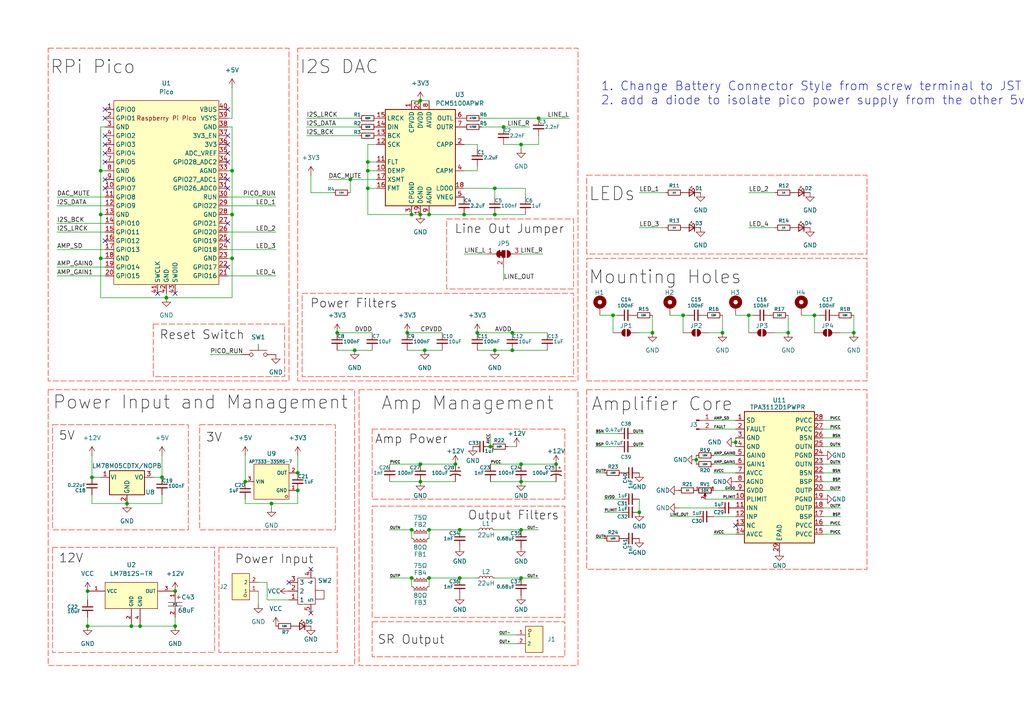
<source format=kicad_sch>
(kicad_sch (version 20231120) (generator "eeschema") (generator_version "8.0")
  (paper "A4")
  (title_block (date "2024-10-25") (rev "2"))
  (junction (at 106.68 46.99))
  (junction (at 67.31 62.23))
  (junction (at 97.79 96.52))
  (junction (at 134.62 62.23))
  (junction (at 228.6 96.52))
  (junction (at 86.36 142.24))
  (junction (at 25.4 171.45))
  (junction (at 71.12 139.7))
  (junction (at 161.29 134.62))
  (junction (at 143.51 101.6))
  (junction (at 124.46 167.64))
  (junction (at 38.1 181.61))
  (junction (at 189.23 96.52))
  (junction (at 67.31 74.93))
  (junction (at 78.74 146.05))
  (junction (at 36.83 146.05))
  (junction (at 236.22 91.44))
  (junction (at 133.35 153.67))
  (junction (at 29.21 74.93))
  (junction (at 50.8 181.61))
  (junction (at 40.64 181.61))
  (junction (at 177.8 91.44))
  (junction (at 119.38 167.64))
  (junction (at 151.13 167.64))
  (junction (at 151.13 139.7))
  (junction (at 201.93 133.35))
  (junction (at 25.4 181.61))
  (junction (at 26.67 138.43))
  (junction (at 213.36 128.27))
  (junction (at 50.8 171.45))
  (junction (at 121.92 134.62))
  (junction (at 67.31 49.53))
  (junction (at 143.51 62.23))
  (junction (at 143.51 54.61))
  (junction (at 119.38 62.23))
  (junction (at 124.46 62.23))
  (junction (at 102.87 101.6))
  (junction (at 146.05 36.83))
  (junction (at 133.35 167.64))
  (junction (at 138.43 96.52))
  (junction (at 121.92 29.21))
  (junction (at 29.21 49.53))
  (junction (at 121.92 139.7))
  (junction (at 119.38 153.67))
  (junction (at 148.59 96.52))
  (junction (at 123.19 101.6))
  (junction (at 217.17 91.44))
  (junction (at 142.24 129.54))
  (junction (at 46.99 138.43))
  (junction (at 101.6 52.07))
  (junction (at 106.68 49.53))
  (junction (at 151.13 153.67))
  (junction (at 151.13 41.91))
  (junction (at 209.55 96.52))
  (junction (at 29.21 62.23))
  (junction (at 198.12 91.44))
  (junction (at 118.11 96.52))
  (junction (at 86.36 137.16))
  (junction (at 121.92 62.23))
  (junction (at 151.13 134.62))
  (junction (at 48.26 86.36))
  (junction (at 106.68 54.61))
  (junction (at 247.65 96.52))
  (junction (at 148.59 101.6))
  (junction (at 132.08 134.62))
  (junction (at 156.21 34.29))
  (junction (at 185.42 148.59))
  (junction (at 124.46 153.67))
  (no_connect (at 66.04 31.75))
  (no_connect (at 30.48 39.37))
  (no_connect (at 66.04 52.07))
  (no_connect (at 30.48 34.29))
  (no_connect (at 66.04 64.77))
  (no_connect (at 66.04 46.99))
  (no_connect (at 30.48 52.07))
  (no_connect (at 50.8 85.09))
  (no_connect (at 30.48 54.61))
  (no_connect (at 90.17 165.1))
  (no_connect (at 66.04 39.37))
  (no_connect (at 30.48 44.45))
  (no_connect (at 30.48 31.75))
  (no_connect (at 213.36 152.4))
  (no_connect (at 30.48 46.99))
  (no_connect (at 90.17 177.8))
  (no_connect (at 66.04 41.91))
  (no_connect (at 66.04 54.61))
  (no_connect (at 66.04 69.85))
  (no_connect (at 45.72 85.09))
  (no_connect (at 66.04 44.45))
  (no_connect (at 83.82 168.91))
  (no_connect (at 30.48 41.91))
  (no_connect (at 30.48 69.85))
  (no_connect (at 66.04 77.47))
  (wire (pts (xy 46.99 132.08) (xy 46.99 138.43)))
  (wire (pts (xy 101.6 52.07) (xy 109.22 52.07)))
  (wire (pts (xy 123.19 101.6) (xy 128.27 101.6)))
  (wire (pts (xy 133.35 153.67) (xy 138.43 153.67)))
  (wire (pts (xy 16.51 72.39) (xy 30.48 72.39)))
  (wire (pts (xy 38.1 181.61) (xy 40.64 181.61)))
  (wire (pts (xy 157.48 73.66) (xy 151.13 73.66)))
  (wire (pts (xy 238.76 124.46) (xy 243.84 124.46)))
  (wire (pts (xy 146.05 36.83) (xy 153.67 36.83)))
  (wire (pts (xy 207.01 154.94) (xy 213.36 154.94)))
  (wire (pts (xy 124.46 62.23) (xy 134.62 62.23)))
  (wire (pts (xy 106.68 49.53) (xy 109.22 49.53)))
  (wire (pts (xy 101.6 52.07) (xy 101.6 55.88)))
  (wire (pts (xy 151.13 41.91) (xy 156.21 41.91)))
  (wire (pts (xy 71.12 146.05) (xy 78.74 146.05)))
  (wire (pts (xy 16.51 64.77) (xy 30.48 64.77)))
  (wire (pts (xy 16.51 57.15) (xy 30.48 57.15)))
  (wire (pts (xy 46.99 146.05) (xy 46.99 143.51)))
  (wire (pts (xy 207.01 132.08) (xy 213.36 132.08)))
  (wire (pts (xy 218.44 91.44) (xy 217.17 91.44)))
  (wire (pts (xy 185.42 144.78) (xy 185.42 148.59)))
  (wire (pts (xy 48.26 86.36) (xy 48.26 85.09)))
  (wire (pts (xy 132.08 134.62) (xy 121.92 134.62)))
  (wire (pts (xy 124.46 153.67) (xy 124.46 156.21)))
  (wire (pts (xy 238.76 154.94) (xy 243.84 154.94)))
  (wire (pts (xy 40.64 181.61) (xy 50.8 181.61)))
  (wire (pts (xy 161.29 134.62) (xy 151.13 134.62)))
  (wire (pts (xy 67.31 36.83) (xy 67.31 49.53)))
  (wire (pts (xy 199.39 91.44) (xy 198.12 91.44)))
  (wire (pts (xy 74.93 175.26) (xy 74.93 171.45)))
  (wire (pts (xy 113.03 153.67) (xy 119.38 153.67)))
  (wire (pts (xy 71.12 132.08) (xy 71.12 139.7)))
  (wire (pts (xy 67.31 49.53) (xy 67.31 62.23)))
  (wire (pts (xy 16.51 67.31) (xy 30.48 67.31)))
  (wire (pts (xy 238.76 137.16) (xy 243.84 137.16)))
  (wire (pts (xy 179.07 125.73) (xy 172.72 125.73)))
  (wire (pts (xy 67.31 62.23) (xy 67.31 74.93)))
  (wire (pts (xy 30.48 36.83) (xy 29.21 36.83)))
  (wire (pts (xy 29.21 62.23) (xy 30.48 62.23)))
  (wire (pts (xy 106.68 46.99) (xy 106.68 49.53)))
  (wire (pts (xy 207.01 149.86) (xy 213.36 149.86)))
  (wire (pts (xy 238.76 127) (xy 243.84 127)))
  (wire (pts (xy 177.8 91.44) (xy 177.8 96.52)))
  (wire (pts (xy 143.51 101.6) (xy 148.59 101.6)))
  (wire (pts (xy 97.79 101.6) (xy 102.87 101.6)))
  (wire (pts (xy 180.34 148.59) (xy 175.26 148.59)))
  (wire (pts (xy 175.26 156.21) (xy 172.72 156.21)))
  (wire (pts (xy 29.21 49.53) (xy 30.48 49.53)))
  (wire (pts (xy 78.74 146.05) (xy 86.36 146.05)))
  (wire (pts (xy 184.15 125.73) (xy 186.69 125.73)))
  (wire (pts (xy 237.49 91.44) (xy 236.22 91.44)))
  (wire (pts (xy 149.86 184.15) (xy 144.78 184.15)))
  (wire (pts (xy 119.38 62.23) (xy 121.92 62.23)))
  (wire (pts (xy 148.59 96.52) (xy 158.75 96.52)))
  (wire (pts (xy 121.92 62.23) (xy 124.46 62.23)))
  (wire (pts (xy 217.17 55.88) (xy 224.79 55.88)))
  (wire (pts (xy 106.68 54.61) (xy 106.68 62.23)))
  (wire (pts (xy 29.21 74.93) (xy 30.48 74.93)))
  (wire (pts (xy 104.14 39.37) (xy 88.9 39.37)))
  (wire (pts (xy 143.51 167.64) (xy 151.13 167.64)))
  (wire (pts (xy 138.43 101.6) (xy 143.51 101.6)))
  (wire (pts (xy 25.4 171.45) (xy 25.4 173.99)))
  (wire (pts (xy 106.68 62.23) (xy 119.38 62.23)))
  (wire (pts (xy 66.04 74.93) (xy 67.31 74.93)))
  (wire (pts (xy 26.67 132.08) (xy 26.67 138.43)))
  (wire (pts (xy 142.24 134.62) (xy 151.13 134.62)))
  (wire (pts (xy 207.01 121.92) (xy 213.36 121.92)))
  (wire (pts (xy 50.8 181.61) (xy 50.8 179.07)))
  (wire (pts (xy 66.04 62.23) (xy 67.31 62.23)))
  (wire (pts (xy 83.82 173.99) (xy 77.47 173.99)))
  (wire (pts (xy 104.14 34.29) (xy 88.9 34.29)))
  (wire (pts (xy 119.38 153.67) (xy 119.38 156.21)))
  (wire (pts (xy 175.26 137.16) (xy 172.72 137.16)))
  (wire (pts (xy 148.59 101.6) (xy 158.75 101.6)))
  (wire (pts (xy 152.4 54.61) (xy 143.51 54.61)))
  (wire (pts (xy 238.76 142.24) (xy 243.84 142.24)))
  (wire (pts (xy 201.93 132.08) (xy 201.93 133.35)))
  (wire (pts (xy 16.51 80.01) (xy 30.48 80.01)))
  (wire (pts (xy 238.76 121.92) (xy 243.84 121.92)))
  (wire (pts (xy 138.43 48.26) (xy 138.43 49.53)))
  (wire (pts (xy 140.97 73.66) (xy 134.62 73.66)))
  (wire (pts (xy 118.11 96.52) (xy 128.27 96.52)))
  (wire (pts (xy 66.04 72.39) (xy 80.01 72.39)))
  (wire (pts (xy 106.68 46.99) (xy 109.22 46.99)))
  (wire (pts (xy 177.8 91.44) (xy 173.99 91.44)))
  (wire (pts (xy 185.42 96.52) (xy 189.23 96.52)))
  (wire (pts (xy 66.04 36.83) (xy 67.31 36.83)))
  (wire (pts (xy 106.68 54.61) (xy 109.22 54.61)))
  (wire (pts (xy 217.17 91.44) (xy 213.36 91.44)))
  (wire (pts (xy 185.42 66.04) (xy 193.04 66.04)))
  (wire (pts (xy 149.86 129.54) (xy 147.32 129.54)))
  (wire (pts (xy 29.21 74.93) (xy 29.21 86.36)))
  (wire (pts (xy 209.55 96.52) (xy 209.55 91.44)))
  (wire (pts (xy 67.31 34.29) (xy 66.04 34.29)))
  (wire (pts (xy 149.86 186.69) (xy 144.78 186.69)))
  (wire (pts (xy 102.87 101.6) (xy 107.95 101.6)))
  (wire (pts (xy 243.84 96.52) (xy 247.65 96.52)))
  (wire (pts (xy 124.46 167.64) (xy 133.35 167.64)))
  (wire (pts (xy 139.7 34.29) (xy 156.21 34.29)))
  (wire (pts (xy 66.04 57.15) (xy 80.01 57.15)))
  (wire (pts (xy 77.47 168.91) (xy 74.93 168.91)))
  (wire (pts (xy 29.21 62.23) (xy 29.21 74.93)))
  (wire (pts (xy 198.12 91.44) (xy 198.12 96.52)))
  (wire (pts (xy 146.05 77.47) (xy 146.05 81.28)))
  (wire (pts (xy 238.76 149.86) (xy 243.84 149.86)))
  (wire (pts (xy 86.36 146.05) (xy 86.36 142.24)))
  (wire (pts (xy 156.21 41.91) (xy 156.21 39.37)))
  (wire (pts (xy 106.68 49.53) (xy 106.68 54.61)))
  (wire (pts (xy 97.79 96.52) (xy 107.95 96.52)))
  (wire (pts (xy 77.47 173.99) (xy 77.47 168.91)))
  (wire (pts (xy 60.96 102.87) (xy 69.85 102.87)))
  (wire (pts (xy 109.22 41.91) (xy 106.68 41.91)))
  (wire (pts (xy 66.04 80.01) (xy 80.01 80.01)))
  (wire (pts (xy 161.29 139.7) (xy 151.13 139.7)))
  (wire (pts (xy 90.17 55.88) (xy 96.52 55.88)))
  (wire (pts (xy 67.31 74.93) (xy 67.31 86.36)))
  (wire (pts (xy 207.01 134.62) (xy 213.36 134.62)))
  (wire (pts (xy 29.21 36.83) (xy 29.21 49.53)))
  (wire (pts (xy 247.65 96.52) (xy 247.65 91.44)))
  (wire (pts (xy 134.62 62.23) (xy 143.51 62.23)))
  (wire (pts (xy 236.22 91.44) (xy 236.22 96.52)))
  (wire (pts (xy 138.43 96.52) (xy 148.59 96.52)))
  (wire (pts (xy 156.21 34.29) (xy 165.1 34.29)))
  (wire (pts (xy 213.36 128.27) (xy 213.36 129.54)))
  (wire (pts (xy 180.34 144.78) (xy 175.26 144.78)))
  (wire (pts (xy 189.23 96.52) (xy 189.23 91.44)))
  (wire (pts (xy 71.12 144.78) (xy 71.12 146.05)))
  (wire (pts (xy 29.21 49.53) (xy 29.21 62.23)))
  (wire (pts (xy 179.07 129.54) (xy 172.72 129.54)))
  (wire (pts (xy 204.47 144.78) (xy 213.36 144.78)))
  (wire (pts (xy 201.93 133.35) (xy 201.93 134.62)))
  (wire (pts (xy 113.03 134.62) (xy 121.92 134.62)))
  (wire (pts (xy 134.62 54.61) (xy 143.51 54.61)))
  (wire (pts (xy 205.74 96.52) (xy 209.55 96.52)))
  (wire (pts (xy 119.38 167.64) (xy 119.38 170.18)))
  (wire (pts (xy 151.13 41.91) (xy 151.13 43.18)))
  (wire (pts (xy 36.83 146.05) (xy 46.99 146.05)))
  (wire (pts (xy 16.51 77.47) (xy 30.48 77.47)))
  (wire (pts (xy 142.24 125.73) (xy 142.24 129.54)))
  (wire (pts (xy 113.03 167.64) (xy 119.38 167.64)))
  (wire (pts (xy 238.76 139.7) (xy 243.84 139.7)))
  (wire (pts (xy 207.01 142.24) (xy 213.36 142.24)))
  (wire (pts (xy 138.43 49.53) (xy 134.62 49.53)))
  (wire (pts (xy 152.4 57.15) (xy 152.4 54.61)))
  (wire (pts (xy 151.13 153.67) (xy 156.21 153.67)))
  (wire (pts (xy 121.92 29.21) (xy 124.46 29.21)))
  (wire (pts (xy 90.17 50.8) (xy 90.17 55.88)))
  (wire (pts (xy 238.76 134.62) (xy 243.84 134.62)))
  (wire (pts (xy 143.51 57.15) (xy 143.51 54.61)))
  (wire (pts (xy 238.76 147.32) (xy 243.84 147.32)))
  (wire (pts (xy 179.07 91.44) (xy 177.8 91.44)))
  (wire (pts (xy 67.31 25.4) (xy 67.31 34.29)))
  (wire (pts (xy 184.15 129.54) (xy 186.69 129.54)))
  (wire (pts (xy 25.4 181.61) (xy 25.4 179.07)))
  (wire (pts (xy 26.67 138.43) (xy 29.21 138.43)))
  (wire (pts (xy 121.92 139.7) (xy 113.03 139.7)))
  (wire (pts (xy 86.36 132.08) (xy 86.36 137.16)))
  (wire (pts (xy 124.46 167.64) (xy 124.46 170.18)))
  (wire (pts (xy 106.68 41.91) (xy 106.68 46.99)))
  (wire (pts (xy 66.04 49.53) (xy 67.31 49.53)))
  (wire (pts (xy 138.43 41.91) (xy 138.43 43.18)))
  (wire (pts (xy 194.31 149.86) (xy 201.93 149.86)))
  (wire (pts (xy 217.17 91.44) (xy 217.17 96.52)))
  (wire (pts (xy 151.13 139.7) (xy 142.24 139.7)))
  (wire (pts (xy 139.7 36.83) (xy 146.05 36.83)))
  (wire (pts (xy 228.6 96.52) (xy 228.6 91.44)))
  (wire (pts (xy 238.76 129.54) (xy 243.84 129.54)))
  (wire (pts (xy 207.01 124.46) (xy 213.36 124.46)))
  (wire (pts (xy 16.51 59.69) (xy 30.48 59.69)))
  (wire (pts (xy 217.17 66.04) (xy 224.79 66.04)))
  (wire (pts (xy 143.51 62.23) (xy 152.4 62.23)))
  (wire (pts (xy 95.25 52.07) (xy 101.6 52.07)))
  (wire (pts (xy 224.79 96.52) (xy 228.6 96.52)))
  (wire (pts (xy 207.01 137.16) (xy 213.36 137.16)))
  (wire (pts (xy 66.04 59.69) (xy 80.01 59.69)))
  (wire (pts (xy 198.12 91.44) (xy 194.31 91.44)))
  (wire (pts (xy 66.04 67.31) (xy 80.01 67.31)))
  (wire (pts (xy 151.13 167.64) (xy 156.21 167.64)))
  (wire (pts (xy 236.22 91.44) (xy 232.41 91.44)))
  (wire (pts (xy 26.67 146.05) (xy 26.67 143.51)))
  (wire (pts (xy 134.62 41.91) (xy 138.43 41.91)))
  (wire (pts (xy 213.36 127) (xy 213.36 128.27)))
  (wire (pts (xy 48.26 86.36) (xy 67.31 86.36)))
  (wire (pts (xy 238.76 152.4) (xy 243.84 152.4)))
  (wire (pts (xy 118.11 101.6) (xy 123.19 101.6)))
  (wire (pts (xy 133.35 167.64) (xy 138.43 167.64)))
  (wire (pts (xy 26.67 146.05) (xy 36.83 146.05)))
  (wire (pts (xy 46.99 138.43) (xy 44.45 138.43)))
  (wire (pts (xy 143.51 153.67) (xy 151.13 153.67)))
  (wire (pts (xy 132.08 139.7) (xy 121.92 139.7)))
  (wire (pts (xy 196.85 147.32) (xy 208.28 147.32)))
  (wire (pts (xy 104.14 36.83) (xy 88.9 36.83)))
  (wire (pts (xy 78.74 146.05) (xy 78.74 147.32)))
  (wire (pts (xy 124.46 153.67) (xy 133.35 153.67)))
  (wire (pts (xy 25.4 181.61) (xy 38.1 181.61)))
  (wire (pts (xy 185.42 55.88) (xy 193.04 55.88)))
  (wire (pts (xy 119.38 29.21) (xy 121.92 29.21)))
  (wire (pts (xy 29.21 86.36) (xy 48.26 86.36)))
  (wire (pts (xy 146.05 41.91) (xy 151.13 41.91)))
  (rectangle (start 86.36 13.97) (end 167.64 110.49) (stroke (width 0) (type dash) (color 255 26 0 1)))
  (rectangle (start 170.18 50.8) (end 251.46 73.66) (stroke (width 0) (type dash) (color 255 26 0 1)))
  (rectangle (start 57.912 123.19) (end 97.282 153.67) (stroke (width 0) (type dash) (color 255 26 0 1)))
  (rectangle (start 170.18 113.03) (end 251.46 165.1) (stroke (width 0) (type dash) (color 255 26 0 1)))
  (rectangle (start 170.18 74.93) (end 251.46 110.49) (stroke (width 0) (type dash) (color 255 26 0 1)))
  (rectangle (start 13.97 113.03) (end 102.87 193.04) (stroke (width 0) (type dash) (color 255 26 0 1)))
  (rectangle (start 107.95 180.34) (end 163.83 190.5) (stroke (width 0) (type dash) (color 255 26 0 1)))
  (rectangle (start 44.45 93.98) (end 82.55 109.22) (stroke (width 0) (type dash) (color 255 26 0 1)))
  (rectangle (start 15.24 158.75) (end 62.23 189.23) (stroke (width 0) (type dash) (color 255 26 0 1)))
  (rectangle (start 107.95 146.812) (end 163.83 179.07) (stroke (width 0) (type dash) (color 255 26 0 1)))
  (rectangle (start 104.14 113.03) (end 167.64 193.04) (stroke (width 0) (type dash) (color 255 26 0 1)))
  (rectangle (start 129.54 63.5) (end 166.37 83.82) (stroke (width 0) (type dash) (color 255 26 0 1)))
  (rectangle (start 63.5 158.75) (end 97.79 189.23) (stroke (width 0) (type dash) (color 255 26 0 1)))
  (rectangle (start 87.63 85.09) (end 166.37 109.22) (stroke (width 0) (type dash) (color 255 26 0 1)))
  (rectangle (start 15.24 123.19) (end 54.61 153.67) (stroke (width 0) (type dash) (color 255 26 0 1)))
  (rectangle (start 13.97 13.97) (end 83.82 110.49) (stroke (width 0) (type dash) (color 255 26 0 1)))
  (rectangle (start 107.95 124.46) (end 163.83 144.78) (stroke (width 0) (type dash) (color 255 26 0 1)))
  (text "3V" (at 59.69 127 0) (effects (font (size 2.54 2.54)) (justify left)))
  (text "Mounting Holes" (at 170.688 80.518 0) (effects (font (size 3.81 3.81)) (justify left)))
  (text "RPi Pico" (at 14.478 19.558 0) (effects (font (size 3.81 3.81)) (justify left)))
  (text "5V" (at 17.018 126.492 0) (effects (font (size 2.54 2.54)) (justify left)))
  (text "Power Filters" (at 89.916 88.138 0) (effects (font (size 2.54 2.54)) (justify left)))
  (text "1. Change Battery Connector Style from screw terminal to JST\n2. add a diode to isolate pico power supply from the other 5v rail." (at 174.244 27.178 0) (effects (font (size 2.54 2.54)) (justify left)))
  (text "Power Input and Management" (at 15.24 116.84 0) (effects (font (size 3.81 3.81)) (justify left)))
  (text "LEDs" (at 170.688 56.388 0) (effects (font (size 3.81 3.81)) (justify left)))
  (text "Amp Management" (at 110.49 117.094 0) (effects (font (size 3.81 3.81)) (justify left)))
  (text "SR Output" (at 109.474 185.674 0) (effects (font (size 2.54 2.54)) (justify left)))
  (text "Output Filters" (at 135.636 149.606 0) (effects (font (size 2.54 2.54)) (justify left)))
  (text "I2S DAC" (at 86.868 19.558 0) (effects (font (size 3.81 3.81)) (justify left)))
  (text "Line Out Jumper" (at 131.826 66.548 0) (effects (font (size 2.54 2.54)) (justify left)))
  (text "Reset Switch" (at 46.228 97.282 0) (effects (font (size 2.54 2.54)) (justify left)))
  (text "Amplifier Core" (at 171.45 117.348 0) (effects (font (size 3.81 3.81)) (justify left)))
  (text "12V" (at 17.018 162.052 0) (effects (font (size 2.54 2.54)) (justify left)))
  (text "Amp Power" (at 108.712 127.508 0) (effects (font (size 2.54 2.54)) (justify left)))
  (text "Power Input" (at 68.072 162.306 0) (effects (font (size 2.54 2.54)) (justify left)))
  (label "PVCC" (at 142.24 134.62 0) (effects (font (size 0.762 0.762))))
  (label "PICO_RUN" (at 80.01 57.15 180))
  (label "LED_4" (at 80.01 80.01 180))
  (label "AVDD" (at 143.51 96.52 0))
  (label "AMP_GAIN0" (at 207.01 132.08 0) (effects (font (size 0.762 0.762))))
  (label "OUTP" (at 186.69 129.54 180) (effects (font (size 0.762 0.762))))
  (label "LED_4" (at 217.17 66.04 0))
  (label "AMP_GAIN0" (at 16.51 77.47 0))
  (label "OUTN" (at 113.03 153.67 0) (effects (font (size 0.762 0.762))))
  (label "AVCC" (at 207.01 137.16 0) (effects (font (size 0.762 0.762))))
  (label "OUTP" (at 243.84 147.32 180) (effects (font (size 0.762 0.762))))
  (label "CPVDD" (at 121.92 96.52 0))
  (label "BSP" (at 243.84 139.7 180) (effects (font (size 0.762 0.762))))
  (label "LED_2" (at 80.01 67.31 180))
  (label "LINE_L" (at 134.62 73.66 0))
  (label "AMP_GAIN1" (at 16.51 80.01 0))
  (label "BSN" (at 172.72 125.73 0) (effects (font (size 0.762 0.762))))
  (label "BSN" (at 243.84 137.16 180) (effects (font (size 0.762 0.762))))
  (label "PLIMIT" (at 175.26 148.59 0) (effects (font (size 0.762 0.762))))
  (label "OUTP" (at 243.84 142.24 180) (effects (font (size 0.762 0.762))))
  (label "LED_3" (at 80.01 72.39 180))
  (label "OUTP" (at 172.72 137.16 0) (effects (font (size 0.762 0.762))))
  (label "AMP_SD" (at 16.51 72.39 0))
  (label "OUTN" (at 243.84 129.54 180) (effects (font (size 0.762 0.762))))
  (label "DAC_MUTE" (at 16.51 57.15 0))
  (label "AMP_GAIN1" (at 207.01 134.62 0) (effects (font (size 0.762 0.762))))
  (label "OUT-" (at 156.21 153.67 180) (effects (font (size 0.762 0.762))))
  (label "OUT+" (at 144.78 186.69 0) (effects (font (size 0.762 0.762))))
  (label "I2S_LRCK" (at 16.51 67.31 0))
  (label "I2S_DATA" (at 16.51 59.69 0))
  (label "LED_1" (at 80.01 59.69 180))
  (label "OUT-" (at 144.78 184.15 0) (effects (font (size 0.762 0.762))))
  (label "BSP" (at 243.84 149.86 180) (effects (font (size 0.762 0.762))))
  (label "OUT+" (at 156.21 167.64 180) (effects (font (size 0.762 0.762))))
  (label "PVCC" (at 243.84 152.4 180) (effects (font (size 0.762 0.762))))
  (label "I2S_BCK" (at 16.51 64.77 0))
  (label "LINE_R" (at 153.67 36.83 180))
  (label "LINE_L" (at 165.1 34.29 180))
  (label "BSP" (at 172.72 129.54 0) (effects (font (size 0.762 0.762))))
  (label "PVCC" (at 243.84 124.46 180) (effects (font (size 0.762 0.762))))
  (label "I2S_LRCK" (at 88.9 34.29 0))
  (label "LED_2" (at 217.17 55.88 0))
  (label "GVDD" (at 175.26 144.78 0) (effects (font (size 0.762 0.762))))
  (label "I2S_BCK" (at 88.9 39.37 0))
  (label "PVCC" (at 243.84 121.92 180) (effects (font (size 0.762 0.762))))
  (label "OUTN" (at 172.72 156.21 0) (effects (font (size 0.762 0.762))))
  (label "LED_1" (at 185.42 55.88 0))
  (label "AVCC" (at 142.24 125.73 270) (effects (font (size 0.762 0.762))))
  (label "LINE_R" (at 157.48 73.66 180))
  (label "GVDD" (at 213.36 142.24 180) (effects (font (size 0.762 0.762))))
  (label "PICO_RUN" (at 60.96 102.87 0))
  (label "AMP_SD" (at 207.01 121.92 0) (effects (font (size 0.762 0.762))))
  (label "LINE_OUT" (at 146.05 81.28 0))
  (label "I2S_DATA" (at 88.9 36.83 0))
  (label "LINE_OUT" (at 194.31 149.86 0) (effects (font (size 0.762 0.762))))
  (label "PLIMIT" (at 213.36 144.78 180) (effects (font (size 0.762 0.762))))
  (label "AVCC" (at 207.01 154.94 0) (effects (font (size 0.762 0.762))))
  (label "BSN" (at 243.84 127 180) (effects (font (size 0.762 0.762))))
  (label "LED_3" (at 185.42 66.04 0))
  (label "DAC_MUTE" (at 95.25 52.07 0))
  (label "PVCC" (at 243.84 154.94 180) (effects (font (size 0.762 0.762))))
  (label "DVDD" (at 102.87 96.52 0))
  (label "OUTN" (at 243.84 134.62 180) (effects (font (size 0.762 0.762))))
  (label "PVCC" (at 113.03 134.62 0) (effects (font (size 0.762 0.762))))
  (label "OUTP" (at 113.03 167.64 0) (effects (font (size 0.762 0.762))))
  (label "FAULT" (at 207.01 124.46 0) (effects (font (size 0.762 0.762))))
  (label "OUTN" (at 186.69 125.73 180) (effects (font (size 0.762 0.762))))
  (symbol (lib_id "Device:R_Small") (at 82.55 181.61 270) (mirror x) (unit 1)
    (property "Reference" "R7" (at 82.804 183.388 90) (effects (font (size 1.016 1.016))))
    (property "Value" "10K" (at 82.55 181.61 90) (effects (font (size 0.508 0.508))))
    (property "Footprint" "Resistor_SMD:R_0603_1608Metric" (effects (hide yes)))
    (property "Description" "Resistor, small symbol" (effects (hide yes)))
    (property "LCSC" "C465463" (effects (hide yes)))
  )
  (symbol (lib_id "Device:C_Polarized_Small_US") (at 161.29 137.16 0) (mirror y) (unit 1)
    (property "Reference" "C25" (at 161.036 135.636 0) (effects (font (size 1.016 1.016)) (justify left)))
    (property "Value" "100uF" (at 159.258 137.16 0) (effects (font (size 1.016 1.016)) (justify left)))
    (property "Footprint" "Capacitor_SMD:CP_Elec_6.3x5.4" (effects (hide yes)))
    (property "Description" "Polarized capacitor, small US symbol" (effects (hide yes)))
    (property "LCSC" "C2887272" (effects (hide yes)))
  )
  (symbol (lib_id "power:GND") (at 102.87 101.6 0) (unit 1)
    (property "Reference" "#PWR09" (effects (hide yes)))
    (property "Value" "GND" (at 102.87 106.68 0))
    (property "Description" "Power symbol creates a global label with name \"GND\" , ground" (effects (hide yes)))
  )
  (symbol (lib_id "Device:C_Small") (at 151.13 170.18 0) (mirror y) (unit 1)
    (property "Reference" "C37" (at 151.13 168.656 0) (effects (font (size 1.016 1.016)) (justify left)))
    (property "Value" "0.68uF" (at 149.352 170.18 0) (effects (font (size 1.016 1.016)) (justify left)))
    (property "Footprint" "Capacitor_SMD:C_0603_1608Metric" (effects (hide yes)))
    (property "Description" "Unpolarized capacitor, small symbol" (effects (hide yes)))
    (property "LCSC" "C694504" (effects (hide yes)))
  )
  (symbol (lib_id "Device:R_Small") (at 99.06 55.88 270) (mirror x) (unit 1)
    (property "Reference" "R4" (at 96.012 54.864 90) (effects (font (size 1.016 1.016))))
    (property "Value" "10K" (at 99.06 55.88 90) (effects (font (size 0.508 0.508))))
    (property "Footprint" "Resistor_SMD:R_0603_1608Metric" (effects (hide yes)))
    (property "Description" "Resistor, small symbol" (effects (hide yes)))
    (property "LCSC" "C465463" (effects (hide yes)))
  )
  (symbol (lib_id "Switch:SW_Push") (at 74.93 102.87 0) (unit 1)
    (property "Reference" "SW1" (at 74.93 97.79 0))
    (property "Value" "PTS636SK25SMTRLFS" (effects (hide yes)))
    (property "Footprint" "PTS636SK25SMTRLFS:footprint" (effects (hide yes)))
    (property "Description" "Push button switch, generic, two pins" (effects (hide yes)))
    (property "LCSC" "C2689642" (effects (hide yes)))
  )
  (symbol (lib_id "Jumper:SolderJumper_2_Open") (at 201.93 96.52 0) (unit 1) (exclude_from_sim yes) (in_bom no)
    (property "Reference" "JP2" (at 201.93 94.488 0))
    (property "Value" "SolderJumper_2_Open" (effects (hide yes)))
    (property "Footprint" "Jumper:SolderJumper-2_P1.3mm_Open_TrianglePad1.0x1.5mm" (effects (hide yes)))
    (property "Description" "Solder Jumper, 2-pole, open" (effects (hide yes)))
  )
  (symbol (lib_id "power:GND") (at 228.6 96.52 0) (unit 1)
    (property "Reference" "#PWR028" (effects (hide yes)))
    (property "Value" "GND" (at 228.6 101.6 0))
    (property "Description" "Power symbol creates a global label with name \"GND\" , ground" (effects (hide yes)))
  )
  (symbol (lib_id "power:GND") (at 151.13 43.18 0) (unit 1)
    (property "Reference" "#PWR07" (effects (hide yes)))
    (property "Value" "GND" (at 151.13 48.26 0))
    (property "Description" "Power symbol creates a global label with name \"GND\" , ground" (effects (hide yes)))
  )
  (symbol (lib_id "Device:C_Small") (at 86.36 139.7 0) (unit 1)
    (property "Reference" "C21" (at 86.36 138.176 0) (effects (font (size 1.016 1.016)) (justify left)))
    (property "Value" "1uF" (at 88.138 139.7 0) (effects (font (size 1.016 1.016)) (justify left)))
    (property "Footprint" "Capacitor_SMD:C_0603_1608Metric" (effects (hide yes)))
    (property "Description" "Unpolarized capacitor, small symbol" (effects (hide yes)))
    (property "LCSC" "C841050" (effects (hide yes)))
  )
  (symbol (lib_id "Device:L_Ferrite_Small") (at 121.92 156.21 270) (unit 1)
    (property "Reference" "FB1" (at 121.92 160.782 90))
    (property "Value" "80Ω" (at 121.92 158.75 90))
    (property "Footprint" "Inductor_SMD:L_0805_2012Metric" (effects (hide yes)))
    (property "Description" "Inductor with ferrite core, small symbol" (effects (hide yes)))
    (property "LCSC" "C2971887" (effects (hide yes)))
  )
  (symbol (lib_id "power:GND") (at 151.13 139.7 0) (mirror y) (unit 1)
    (property "Reference" "#PWR040" (effects (hide yes)))
    (property "Value" "GND" (at 151.13 143.764 0))
    (property "Description" "Power symbol creates a global label with name \"GND\" , ground" (effects (hide yes)))
  )
  (symbol (lib_id "Device:C_Small") (at 152.4 59.69 0) (unit 1)
    (property "Reference" "C6" (at 152.4 58.166 0) (effects (font (size 1.016 1.016)) (justify left)))
    (property "Value" "1uF" (at 154.178 59.69 0) (effects (font (size 1.016 1.016)) (justify left)))
    (property "Footprint" "Capacitor_SMD:C_0603_1608Metric" (effects (hide yes)))
    (property "Description" "Unpolarized capacitor, small symbol" (effects (hide yes)))
    (property "LCSC" "C841050" (effects (hide yes)))
  )
  (symbol (lib_id "Jumper:SolderJumper_2_Open") (at 181.61 96.52 0) (unit 1) (exclude_from_sim yes) (in_bom no)
    (property "Reference" "JP1" (at 181.61 94.488 0))
    (property "Value" "SolderJumper_2_Open" (effects (hide yes)))
    (property "Footprint" "Jumper:SolderJumper-2_P1.3mm_Open_TrianglePad1.0x1.5mm" (effects (hide yes)))
    (property "Description" "Solder Jumper, 2-pole, open" (effects (hide yes)))
  )
  (symbol (lib_id "Device:L_Small") (at 140.97 153.67 270) (mirror x) (unit 1)
    (property "Reference" "L1" (at 140.97 151.892 90))
    (property "Value" "22uH" (at 138.43 155.194 90) (effects (justify left)))
    (property "Footprint" "IHLP3232DZER220M11:footprint" (effects (hide yes)))
    (property "Description" "Inductor, small symbol" (effects (hide yes)))
    (property "LCSC" "C845053" (effects (hide yes)))
  )
  (symbol (lib_id "Device:C_Small") (at 240.03 91.44 90) (unit 1)
    (property "Reference" "C17" (at 241.554 86.868 90) (effects (font (size 1.016 1.016)) (justify left)))
    (property "Value" "100nF" (at 242.316 88.646 90) (effects (font (size 1.016 1.016)) (justify left)))
    (property "Footprint" "Capacitor_SMD:C_0603_1608Metric" (effects (hide yes)))
    (property "Description" "Unpolarized capacitor, small symbol" (effects (hide yes)))
    (property "LCSC" "C88219" (effects (hide yes)))
  )
  (symbol (lib_id "Device:C_Small") (at 182.88 156.21 90) (mirror x) (unit 1)
    (property "Reference" "C41" (at 181.356 156.21 0) (effects (font (size 1.016 1.016)) (justify left)))
    (property "Value" "1nF" (at 182.88 157.988 0) (effects (font (size 1.016 1.016)) (justify left)))
    (property "Footprint" "Capacitor_SMD:C_0603_1608Metric" (effects (hide yes)))
    (property "Description" "Unpolarized capacitor, small symbol" (effects (hide yes)))
    (property "LCSC" "C340644" (effects (hide yes)))
  )
  (symbol (lib_id "power:+12V") (at 132.08 134.62 0) (mirror y) (unit 1)
    (property "Reference" "#PWR043" (effects (hide yes)))
    (property "Value" "+12V" (at 132.08 130.81 0))
    (property "Description" "Power symbol creates a global label with name \"+12V\"" (effects (hide yes)))
  )
  (symbol (lib_id "power:GND") (at 196.85 147.32 270) (mirror x) (unit 1)
    (property "Reference" "#PWR050" (effects (hide yes)))
    (property "Value" "GND" (at 192.278 147.32 90))
    (property "Description" "Power symbol creates a global label with name \"GND\" , ground" (effects (hide yes)))
  )
  (symbol (lib_id "Device:C_Polarized_Small_US") (at 132.08 137.16 0) (mirror y) (unit 1)
    (property "Reference" "C28" (at 131.826 135.636 0) (effects (font (size 1.016 1.016)) (justify left)))
    (property "Value" "100uF" (at 130.048 137.16 0) (effects (font (size 1.016 1.016)) (justify left)))
    (property "Footprint" "Capacitor_SMD:CP_Elec_6.3x5.4" (effects (hide yes)))
    (property "Description" "Polarized capacitor, small US symbol" (effects (hide yes)))
    (property "LCSC" "C2887272" (effects (hide yes)))
  )
  (symbol (lib_id "Device:R_Small") (at 177.8 156.21 270) (unit 1)
    (property "Reference" "R24" (at 177.8 154.432 90) (effects (font (size 1.016 1.016))))
    (property "Value" "10R" (at 177.8 156.21 90) (effects (font (size 0.508 0.508))))
    (property "Footprint" "Resistor_SMD:R_0603_1608Metric" (effects (hide yes)))
    (property "Description" "Resistor, small symbol" (effects (hide yes)))
    (property "LCSC" "C441910" (effects (hide yes)))
  )
  (symbol (lib_id "power:GND") (at 151.13 158.75 0) (mirror y) (unit 1)
    (property "Reference" "#PWR056" (effects (hide yes)))
    (property "Value" "GND" (at 151.13 162.814 0))
    (property "Description" "Power symbol creates a global label with name \"GND\" , ground" (effects (hide yes)))
  )
  (symbol (lib_id "Device:C_Small") (at 97.79 99.06 0) (unit 1)
    (property "Reference" "C8" (at 97.79 97.536 0) (effects (font (size 1.016 1.016)) (justify left)))
    (property "Value" "100nF" (at 99.568 99.06 0) (effects (font (size 1.016 1.016)) (justify left)))
    (property "Footprint" "Capacitor_SMD:C_0603_1608Metric" (effects (hide yes)))
    (property "Description" "Unpolarized capacitor, small symbol" (effects (hide yes)))
    (property "LCSC" "C88219" (effects (hide yes)))
  )
  (symbol (lib_id "Device:R_Small") (at 137.16 36.83 90) (unit 1)
    (property "Reference" "R5" (at 140.208 35.814 90) (effects (font (size 1.016 1.016))))
    (property "Value" "470R" (at 137.16 36.83 90) (effects (font (size 0.508 0.508))))
    (property "Footprint" "Resistor_SMD:R_0603_1608Metric" (effects (hide yes)))
    (property "Description" "Resistor, small symbol" (effects (hide yes)))
    (property "LCSC" "C114669" (effects (hide yes)))
  )
  (symbol (lib_id "Device:LED_Small") (at 200.66 55.88 0) (mirror y) (unit 1)
    (property "Reference" "D1" (at 202.692 54.61 0) (effects (font (size 1.016 1.016))))
    (property "Value" "LED_Small" (effects (hide yes)))
    (property "Footprint" "LED_SMD:LED_0603_1608Metric" (effects (hide yes)))
    (property "Description" "Light emitting diode, small symbol" (effects (hide yes)))
    (property "LCSC" "C89811" (effects (hide yes)))
  )
  (symbol (lib_id "power:GND") (at 209.55 96.52 0) (unit 1)
    (property "Reference" "#PWR027" (effects (hide yes)))
    (property "Value" "GND" (at 209.55 101.6 0))
    (property "Description" "Power symbol creates a global label with name \"GND\" , ground" (effects (hide yes)))
  )
  (symbol (lib_id "Device:LED_Small") (at 232.41 55.88 0) (mirror y) (unit 1)
    (property "Reference" "D2" (at 234.442 54.61 0) (effects (font (size 1.016 1.016))))
    (property "Value" "LED_Small" (effects (hide yes)))
    (property "Footprint" "LED_SMD:LED_0603_1608Metric" (effects (hide yes)))
    (property "Description" "Light emitting diode, small symbol" (effects (hide yes)))
    (property "LCSC" "C89811" (effects (hide yes)))
  )
  (symbol (lib_id "power:GND") (at 185.42 148.59 0) (mirror y) (unit 1)
    (property "Reference" "#PWR052" (effects (hide yes)))
    (property "Value" "GND" (at 185.42 152.654 0))
    (property "Description" "Power symbol creates a global label with name \"GND\" , ground" (effects (hide yes)))
  )
  (symbol (lib_id "Device:C_Small") (at 107.95 99.06 0) (unit 1)
    (property "Reference" "C7" (at 107.95 97.536 0) (effects (font (size 1.016 1.016)) (justify left)))
    (property "Value" "10uF" (at 109.728 99.06 0) (effects (font (size 1.016 1.016)) (justify left)))
    (property "Footprint" "Capacitor_SMD:C_0603_1608Metric" (effects (hide yes)))
    (property "Description" "Unpolarized capacitor, small symbol" (effects (hide yes)))
    (property "LCSC" "C386081" (effects (hide yes)))
  )
  (symbol (lib_id "power:+3V3") (at 90.17 50.8 0) (unit 1)
    (property "Reference" "#PWR03" (effects (hide yes)))
    (property "Value" "+3V3" (at 90.17 45.72 0))
    (property "Description" "Power symbol creates a global label with name \"+3V3\"" (effects (hide yes)))
  )
  (symbol (lib_id "power:GND") (at 90.17 181.61 0) (unit 1)
    (property "Reference" "#PWR014" (effects (hide yes)))
    (property "Value" "GND" (at 90.17 185.42 0))
    (property "Description" "Power symbol creates a global label with name \"GND\" , ground" (effects (hide yes)))
  )
  (symbol (lib_id "Device:C_Small") (at 182.88 148.59 90) (mirror x) (unit 1)
    (property "Reference" "C32" (at 182.118 149.86 90) (effects (font (size 1.016 1.016)) (justify left)))
    (property "Value" "1uF" (at 182.118 147.574 90) (effects (font (size 1.016 1.016)) (justify left)))
    (property "Footprint" "Capacitor_SMD:C_0603_1608Metric" (effects (hide yes)))
    (property "Description" "Unpolarized capacitor, small symbol" (effects (hide yes)))
    (property "LCSC" "C841050" (effects (hide yes)))
  )
  (symbol (lib_id "Device:C_Small") (at 143.51 59.69 0) (unit 1)
    (property "Reference" "C5" (at 143.51 58.166 0) (effects (font (size 1.016 1.016)) (justify left)))
    (property "Value" "100nF" (at 145.288 59.69 0) (effects (font (size 1.016 1.016)) (justify left)))
    (property "Footprint" "Capacitor_SMD:C_0603_1608Metric" (effects (hide yes)))
    (property "Description" "Unpolarized capacitor, small symbol" (effects (hide yes)))
    (property "LCSC" "C88219" (effects (hide yes)))
  )
  (symbol (lib_id "power:+3V3") (at 86.36 132.08 0) (unit 1)
    (property "Reference" "#PWR034" (effects (hide yes)))
    (property "Value" "+3V3" (at 86.36 127 0))
    (property "Description" "Power symbol creates a global label with name \"+3V3\"" (effects (hide yes)))
  )
  (symbol (lib_id "power:+5V") (at 67.31 25.4 0) (unit 1)
    (property "Reference" "#PWR04" (effects (hide yes)))
    (property "Value" "+5V" (at 67.31 20.32 0))
    (property "Description" "Power symbol creates a global label with name \"+5V\"" (effects (hide yes)))
  )
  (symbol (lib_id "Jumper:SolderJumper_2_Open") (at 220.98 96.52 0) (unit 1) (exclude_from_sim yes) (in_bom no)
    (property "Reference" "JP3" (at 220.98 94.488 0))
    (property "Value" "SolderJumper_2_Open" (effects (hide yes)))
    (property "Footprint" "Jumper:SolderJumper-2_P1.3mm_Open_TrianglePad1.0x1.5mm" (effects (hide yes)))
    (property "Description" "Solder Jumper, 2-pole, open" (effects (hide yes)))
  )
  (symbol (lib_id "Device:C_Small") (at 181.61 91.44 90) (unit 1)
    (property "Reference" "C14" (at 183.134 86.868 90) (effects (font (size 1.016 1.016)) (justify left)))
    (property "Value" "100nF" (at 183.896 88.646 90) (effects (font (size 1.016 1.016)) (justify left)))
    (property "Footprint" "Capacitor_SMD:C_0603_1608Metric" (effects (hide yes)))
    (property "Description" "Unpolarized capacitor, small symbol" (effects (hide yes)))
    (property "LCSC" "C88219" (effects (hide yes)))
  )
  (symbol (lib_id "power:GND") (at 238.76 144.78 90) (unit 1)
    (property "Reference" "#PWR047" (effects (hide yes)))
    (property "Value" "GND" (at 243.332 144.78 90))
    (property "Description" "Power symbol creates a global label with name \"GND\" , ground" (effects (hide yes)))
  )
  (symbol (lib_id "Mechanical:MountingHole_Pad") (at 232.41 88.9 0) (unit 1) (exclude_from_sim yes) (in_bom no)
    (property "Reference" "H4" (at 230.886 84.836 0) (effects (justify left)))
    (property "Value" "MountingHole" (effects (hide yes)))
    (property "Footprint" "MountingHole:MountingHole_3.2mm_M3_ISO7380_Pad" (effects (hide yes)))
    (property "Description" "Mounting Hole with connection" (effects (hide yes)))
  )
  (symbol (lib_id "Device:R_Small") (at 204.47 132.08 270) (mirror x) (unit 1)
    (property "Reference" "R19" (at 204.47 130.556 90) (effects (font (size 1.016 1.016))))
    (property "Value" "10K" (at 204.47 132.08 90) (effects (font (size 0.508 0.508))))
    (property "Footprint" "Resistor_SMD:R_0603_1608Metric" (effects (hide yes)))
    (property "Description" "Resistor, small symbol" (effects (hide yes)))
    (property "LCSC" "C465463" (effects (hide yes)))
  )
  (symbol (lib_id "power:+12V") (at 161.29 134.62 0) (mirror y) (unit 1)
    (property "Reference" "#PWR041" (effects (hide yes)))
    (property "Value" "+12V" (at 161.29 130.81 0))
    (property "Description" "Power symbol creates a global label with name \"+12V\"" (effects (hide yes)))
  )
  (symbol (lib_id "Mechanical:MountingHole_Pad") (at 194.31 88.9 0) (unit 1) (exclude_from_sim yes) (in_bom no)
    (property "Reference" "H2" (at 192.786 84.836 0) (effects (justify left)))
    (property "Value" "MountingHole" (effects (hide yes)))
    (property "Footprint" "MountingHole:MountingHole_3.2mm_M3_ISO7380_Pad" (effects (hide yes)))
    (property "Description" "Mounting Hole with connection" (effects (hide yes)))
  )
  (symbol (lib_id "Device:C_Small") (at 220.98 91.44 90) (unit 1)
    (property "Reference" "C16" (at 222.504 86.868 90) (effects (font (size 1.016 1.016)) (justify left)))
    (property "Value" "100nF" (at 223.266 88.646 90) (effects (font (size 1.016 1.016)) (justify left)))
    (property "Footprint" "Capacitor_SMD:C_0603_1608Metric" (effects (hide yes)))
    (property "Description" "Unpolarized capacitor, small symbol" (effects (hide yes)))
    (property "LCSC" "C88219" (effects (hide yes)))
  )
  (symbol (lib_id "power:GND") (at 185.42 137.16 0) (mirror y) (unit 1)
    (property "Reference" "#PWR059" (effects (hide yes)))
    (property "Value" "GND" (at 185.42 141.224 0))
    (property "Description" "Power symbol creates a global label with name \"GND\" , ground" (effects (hide yes)))
  )
  (symbol (lib_id "Device:R_Small") (at 226.06 91.44 270) (mirror x) (unit 1)
    (property "Reference" "R17" (at 226.06 89.662 90) (effects (font (size 1.016 1.016))))
    (property "Value" "10K" (at 226.06 91.44 90) (effects (font (size 0.508 0.508))))
    (property "Footprint" "Resistor_SMD:R_0603_1608Metric" (effects (hide yes)))
    (property "Description" "Resistor, small symbol" (effects (hide yes)))
    (property "LCSC" "C465463" (effects (hide yes)))
  )
  (symbol (lib_id "Device:R_Small") (at 245.11 91.44 270) (mirror x) (unit 1)
    (property "Reference" "R18" (at 245.11 89.662 90) (effects (font (size 1.016 1.016))))
    (property "Value" "10K" (at 245.11 91.44 90) (effects (font (size 0.508 0.508))))
    (property "Footprint" "Resistor_SMD:R_0603_1608Metric" (effects (hide yes)))
    (property "Description" "Resistor, small symbol" (effects (hide yes)))
    (property "LCSC" "C465463" (effects (hide yes)))
  )
  (symbol (lib_id "Device:R_Small") (at 227.33 55.88 270) (mirror x) (unit 1)
    (property "Reference" "R12" (at 227.33 53.848 90) (effects (font (size 1.016 1.016))))
    (property "Value" "1K" (at 227.33 55.88 90) (effects (font (size 0.508 0.508))))
    (property "Footprint" "Resistor_SMD:R_0603_1608Metric" (effects (hide yes)))
    (property "Description" "Resistor, small symbol" (effects (hide yes)))
    (property "LCSC" "C73797" (effects (hide yes)))
  )
  (symbol (lib_id "power:GND") (at 50.8 181.61 0) (unit 1)
    (property "Reference" "#PWR038" (effects (hide yes)))
    (property "Value" "GND" (at 50.8 186.69 0))
    (property "Description" "Power symbol creates a global label with name \"GND\" , ground" (effects (hide yes)))
  )
  (symbol (lib_id "Device:LED_Small") (at 200.66 66.04 0) (mirror y) (unit 1)
    (property "Reference" "D3" (at 202.692 64.77 0) (effects (font (size 1.016 1.016))))
    (property "Value" "LED_Small" (effects (hide yes)))
    (property "Footprint" "LED_SMD:LED_0603_1608Metric" (effects (hide yes)))
    (property "Description" "Light emitting diode, small symbol" (effects (hide yes)))
    (property "LCSC" "C89811" (effects (hide yes)))
  )
  (symbol (lib_id "KF301-5_0-2P:KF301-5_0-2P") (at 154.94 185.42 0) (unit 1)
    (property "Reference" "J1" (at 158.75 185.4199 0) (effects (justify left)))
    (property "Value" "KF301-5_0-2P" (effects (hide yes)))
    (property "Footprint" "KF301-5_0-2P:footprint" (effects (hide yes)))
    (property "Datasheet" "https://item.szlcsc.com/481499.html" (effects (hide yes)))
    (property "LCSC" "C474881" (effects (hide yes)))
  )
  (symbol (lib_id "Device:C_Small") (at 158.75 99.06 0) (unit 1)
    (property "Reference" "C13" (at 158.75 97.536 0) (effects (font (size 1.016 1.016)) (justify left)))
    (property "Value" "1uF" (at 160.528 99.06 0) (effects (font (size 1.016 1.016)) (justify left)))
    (property "Footprint" "Capacitor_SMD:C_0603_1608Metric" (effects (hide yes)))
    (property "Description" "Unpolarized capacitor, small symbol" (effects (hide yes)))
    (property "LCSC" "C841050" (effects (hide yes)))
  )
  (symbol (lib_id "TAJC686K016RNJ:TAJC686K016RNJ") (at 50.8 175.26 90) (unit 1)
    (property "Reference" "C43" (at 52.578 173.228 90) (effects (justify right)))
    (property "Value" "68uF" (at 51.562 177.038 90) (effects (justify right)))
    (property "Footprint" "TAJC686K016RNJ:footprint" (effects (hide yes)))
    (property "Datasheet" "https://item.szlcsc.com/22955.html" (effects (hide yes)))
    (property "LCSC" "C7220" (effects (hide yes)))
  )
  (symbol (lib_id "Device:L_Small") (at 140.97 167.64 270) (mirror x) (unit 1)
    (property "Reference" "L2" (at 140.97 165.862 90))
    (property "Value" "22uH" (at 138.43 169.164 90) (effects (justify left)))
    (property "Footprint" "IHLP3232DZER220M11:footprint" (effects (hide yes)))
    (property "Description" "Inductor, small symbol" (effects (hide yes)))
    (property "LCSC" "C845053" (effects (hide yes)))
  )
  (symbol (lib_id "KF301-5_0-2P:KF301-5_0-2P") (at 69.85 170.18 180) (unit 1)
    (property "Reference" "J2" (at 66.04 170.1801 0) (effects (justify left)))
    (property "Value" "KF301-5_0-2P" (effects (hide yes)))
    (property "Footprint" "KF301-5_0-2P:footprint" (effects (hide yes)))
    (property "Datasheet" "https://item.szlcsc.com/481499.html" (effects (hide yes)))
    (property "LCSC" "C474881" (effects (hide yes)))
  )
  (symbol (lib_id "Device:C_Small") (at 156.21 36.83 0) (unit 1)
    (property "Reference" "C3" (at 156.21 35.306 0) (effects (font (size 1.016 1.016)) (justify left)))
    (property "Value" "2.2nF" (at 157.988 36.83 0) (effects (font (size 1.016 1.016)) (justify left)))
    (property "Footprint" "Capacitor_SMD:C_0603_1608Metric" (effects (hide yes)))
    (property "Description" "Unpolarized capacitor, small symbol" (effects (hide yes)))
    (property "LCSC" "C2835509" (effects (hide yes)))
  )
  (symbol (lib_id "power:GND") (at 213.36 128.27 270) (mirror x) (unit 1)
    (property "Reference" "#PWR044" (effects (hide yes)))
    (property "Value" "GND" (at 207.264 128.27 90))
    (property "Description" "Power symbol creates a global label with name \"GND\" , ground" (effects (hide yes)))
  )
  (symbol (lib_id "AP7333-33SRG-7:AP7333-33SRG-7") (at 78.74 139.7 90) (unit 1)
    (property "Reference" "U9" (at 78.74 131.572 90))
    (property "Value" "AP7333-33SRG-7" (at 78.486 133.858 90) (effects (font (size 0.889 0.889))))
    (property "Footprint" "AP7333-33SRG-7:footprint" (effects (hide yes)))
    (property "Datasheet" "https://www.diodes.com/assets/Package-Files/SOT23.pdf" (effects (hide yes)))
    (property "LCSC" "C150745" (effects (hide yes)))
  )
  (symbol (lib_id "Device:R_Small") (at 106.68 39.37 270) (mirror x) (unit 1)
    (property "Reference" "R3" (at 103.632 38.354 90) (effects (font (size 1.016 1.016))))
    (property "Value" "56R" (at 106.68 39.37 90) (effects (font (size 0.508 0.508))))
    (property "Footprint" "Resistor_SMD:R_0603_1608Metric" (effects (hide yes)))
    (property "Description" "Resistor, small symbol" (effects (hide yes)))
    (property "LCSC" "C227967" (effects (hide yes)))
  )
  (symbol (lib_id "Device:C_Small") (at 46.99 140.97 0) (unit 1)
    (property "Reference" "C19" (at 46.99 139.446 0) (effects (font (size 1.016 1.016)) (justify left)))
    (property "Value" "100nF" (at 48.768 140.97 0) (effects (font (size 1.016 1.016)) (justify left)))
    (property "Footprint" "Capacitor_SMD:C_0603_1608Metric" (effects (hide yes)))
    (property "Description" "Unpolarized capacitor, small symbol" (effects (hide yes)))
    (property "LCSC" "C88219" (effects (hide yes)))
  )
  (symbol (lib_id "Device:C_Small") (at 151.13 156.21 0) (mirror y) (unit 1)
    (property "Reference" "C35" (at 151.13 154.686 0) (effects (font (size 1.016 1.016)) (justify left)))
    (property "Value" "0.68uF" (at 149.352 156.21 0) (effects (font (size 1.016 1.016)) (justify left)))
    (property "Footprint" "Capacitor_SMD:C_0603_1608Metric" (effects (hide yes)))
    (property "Description" "Unpolarized capacitor, small symbol" (effects (hide yes)))
    (property "LCSC" "C694504" (effects (hide yes)))
  )
  (symbol (lib_id "Device:C_Small") (at 148.59 99.06 0) (unit 1)
    (property "Reference" "C12" (at 148.59 97.536 0) (effects (font (size 1.016 1.016)) (justify left)))
    (property "Value" "10uF" (at 150.368 99.06 0) (effects (font (size 1.016 1.016)) (justify left)))
    (property "Footprint" "Capacitor_SMD:C_0603_1608Metric" (effects (hide yes)))
    (property "Description" "Unpolarized capacitor, small symbol" (effects (hide yes)))
    (property "LCSC" "C386081" (effects (hide yes)))
  )
  (symbol (lib_id "Audio:PCM5100A") (at 121.92 44.45 0) (unit 1)
    (property "Reference" "U3" (at 133.35 27.432 0))
    (property "Value" "PCM5100APWR" (at 133.35 29.972 0))
    (property "Footprint" "Package_SO:TSSOP-20_4.4x6.5mm_P0.65mm" (effects (hide yes)))
    (property "Datasheet" "https://www.ti.com/lit/ds/symlink/pcm5100a.pdf" (effects (hide yes)))
    (property "Description" "2.1 VRMS, 100dB Audio Stereo DAC with PLL and 32-bit, 384kHz PCM Interface, TSSOP-20" (effects (hide yes)))
    (property "LCSC" "C131154" (effects (hide yes)))
  )
  (symbol (lib_id "power:VCC") (at 25.4 171.45 0) (unit 1)
    (property "Reference" "#PWR036" (effects (hide yes)))
    (property "Value" "VCC" (at 25.4 166.37 0))
    (property "Description" "Power symbol creates a global label with name \"VCC\"" (effects (hide yes)))
  )
  (symbol (lib_id "Connector:Conn_01x02_Pin") (at 201.93 121.92 0) (unit 1)
    (property "Reference" "J3" (at 201.168 123.19 0))
    (property "Value" "Conn_01x02_Pin" (effects (hide yes)))
    (property "Footprint" "Connector_PinHeader_2.54mm:PinHeader_1x02_P2.54mm_Vertical" (effects (hide yes)))
    (property "Description" "Generic connector, single row, 01x02, script generated" (effects (hide yes)))
    (property "LCSC" "DNP" (effects (hide yes)))
  )
  (symbol (lib_id "power:GND") (at 201.93 133.35 270) (mirror x) (unit 1)
    (property "Reference" "#PWR048" (effects (hide yes)))
    (property "Value" "GND" (at 197.358 133.35 90))
    (property "Description" "Power symbol creates a global label with name \"GND\" , ground" (effects (hide yes)))
  )
  (symbol (lib_id "Device:R_Small") (at 177.8 137.16 270) (unit 1)
    (property "Reference" "R23" (at 177.8 135.382 90) (effects (font (size 1.016 1.016))))
    (property "Value" "10R" (at 177.8 137.16 90) (effects (font (size 0.508 0.508))))
    (property "Footprint" "Resistor_SMD:R_0603_1608Metric" (effects (hide yes)))
    (property "Description" "Resistor, small symbol" (effects (hide yes)))
    (property "LCSC" "C441910" (effects (hide yes)))
  )
  (symbol (lib_id "power:VCC") (at 80.01 181.61 0) (unit 1)
    (property "Reference" "#PWR015" (effects (hide yes)))
    (property "Value" "VCC" (at 80.01 176.53 0))
    (property "Description" "Power symbol creates a global label with name \"VCC\"" (effects (hide yes)))
  )
  (symbol (lib_id "SS-12D11L7:SS-12D11L7") (at 77.47 168.91 90) (unit 1)
    (property "Reference" "SW2" (at 92.202 168.402 90) (effects (justify right)))
    (property "Value" "SS-12D11L7" (effects (hide yes)))
    (property "Footprint" "SS-12D11L7:SS-12D11L7" (effects (hide yes)))
    (property "Description" "Horizontal Plug 3A Single Pole Double Throw (SPDT) 125V 125V 3A 10000 times Black Plugin  Slide Switches ROHS" (effects (hide yes)))
    (property "LCSC" "C2884775" (effects (hide yes)))
  )
  (symbol (lib_id "Device:C_Small") (at 26.67 140.97 180) (unit 1)
    (property "Reference" "C18" (at 24.892 142.24 0) (effects (font (size 1.016 1.016)) (justify left)))
    (property "Value" "0.22uF" (at 24.892 140.716 0) (effects (font (size 1.016 1.016)) (justify left)))
    (property "Footprint" "Capacitor_SMD:C_0603_1608Metric" (effects (hide yes)))
    (property "Description" "Unpolarized capacitor, small symbol" (effects (hide yes)))
    (property "LCSC" "C107083" (effects (hide yes)))
  )
  (symbol (lib_id "Device:L_Ferrite_Small") (at 121.92 170.18 270) (unit 1)
    (property "Reference" "FB3" (at 121.92 174.752 90))
    (property "Value" "80Ω" (at 121.92 172.72 90))
    (property "Footprint" "Inductor_SMD:L_0805_2012Metric" (effects (hide yes)))
    (property "Description" "Inductor with ferrite core, small symbol" (effects (hide yes)))
    (property "LCSC" "C2971887" (effects (hide yes)))
  )
  (symbol (lib_id "power:GND") (at 133.35 172.72 0) (mirror y) (unit 1)
    (property "Reference" "#PWR057" (effects (hide yes)))
    (property "Value" "GND" (at 133.35 176.784 0))
    (property "Description" "Power symbol creates a global label with name \"GND\" , ground" (effects (hide yes)))
  )
  (symbol (lib_id "Device:C_Small") (at 113.03 137.16 0) (mirror y) (unit 1)
    (property "Reference" "C26" (at 113.03 135.636 0) (effects (font (size 1.016 1.016)) (justify left)))
    (property "Value" "1nF" (at 111.252 137.16 0) (effects (font (size 1.016 1.016)) (justify left)))
    (property "Footprint" "Capacitor_SMD:C_0603_1608Metric" (effects (hide yes)))
    (property "Description" "Unpolarized capacitor, small symbol" (effects (hide yes)))
    (property "LCSC" "C340644" (effects (hide yes)))
  )
  (symbol (lib_id "Device:C_Small") (at 134.62 59.69 0) (unit 1)
    (property "Reference" "C4" (at 134.62 58.166 0) (effects (font (size 1.016 1.016)) (justify left)))
    (property "Value" "2.2uF" (at 136.398 59.69 0) (effects (font (size 1.016 1.016)) (justify left)))
    (property "Footprint" "Capacitor_SMD:C_0603_1608Metric" (effects (hide yes)))
    (property "Description" "25V 2.2uF X5R ±10% 0603 Multilayer Ceramic Capacitors MLCC - SMD/SMT ROHS" (effects (hide yes)))
    (property "LCSC" "C57895" (effects (hide yes)))
  )
  (symbol (lib_id "power:GND") (at 25.4 181.61 0) (mirror y) (unit 1)
    (property "Reference" "#PWR039" (effects (hide yes)))
    (property "Value" "GND" (at 25.4 186.69 0))
    (property "Description" "Power symbol creates a global label with name \"GND\" , ground" (effects (hide yes)))
  )
  (symbol (lib_id "Device:R_Small") (at 204.47 134.62 270) (mirror x) (unit 1)
    (property "Reference" "R20" (at 204.47 136.398 90) (effects (font (size 1.016 1.016))))
    (property "Value" "10K" (at 204.47 134.62 90) (effects (font (size 0.508 0.508))))
    (property "Footprint" "Resistor_SMD:R_0603_1608Metric" (effects (hide yes)))
    (property "Description" "Resistor, small symbol" (effects (hide yes)))
    (property "LCSC" "C465463" (effects (hide yes)))
  )
  (symbol (lib_id "Device:C_Small") (at 151.13 137.16 0) (mirror y) (unit 1)
    (property "Reference" "C24" (at 151.13 135.636 0) (effects (font (size 1.016 1.016)) (justify left)))
    (property "Value" "100nF" (at 149.352 137.16 0) (effects (font (size 1.016 1.016)) (justify left)))
    (property "Footprint" "Capacitor_SMD:C_0603_1608Metric" (effects (hide yes)))
    (property "Description" "Unpolarized capacitor, small symbol" (effects (hide yes)))
    (property "LCSC" "C88219" (effects (hide yes)))
  )
  (symbol (lib_id "power:GND") (at 74.93 175.26 0) (mirror y) (unit 1)
    (property "Reference" "#PWR062" (effects (hide yes)))
    (property "Value" "GND" (at 74.93 180.34 0))
    (property "Description" "Power symbol creates a global label with name \"GND\" , ground" (effects (hide yes)))
  )
  (symbol (lib_id "power:GND") (at 151.13 172.72 0) (mirror y) (unit 1)
    (property "Reference" "#PWR058" (effects (hide yes)))
    (property "Value" "GND" (at 151.13 176.784 0))
    (property "Description" "Power symbol creates a global label with name \"GND\" , ground" (effects (hide yes)))
  )
  (symbol (lib_id "Device:C_Small") (at 181.61 125.73 90) (mirror x) (unit 1)
    (property "Reference" "C38" (at 183.134 122.936 90) (effects (font (size 1.016 1.016)) (justify left)))
    (property "Value" "0.47uF" (at 180.848 124.714 90) (effects (font (size 1.016 1.016)) (justify left)))
    (property "Footprint" "Capacitor_SMD:C_0603_1608Metric" (effects (hide yes)))
    (property "Description" "Unpolarized capacitor, small symbol" (effects (hide yes)))
    (property "LCSC" "C162281" (effects (hide yes)))
  )
  (symbol (lib_id "Device:C_Small") (at 133.35 170.18 0) (mirror y) (unit 1)
    (property "Reference" "C36" (at 133.35 168.656 0) (effects (font (size 1.016 1.016)) (justify left)))
    (property "Value" "1nF" (at 131.572 170.18 0) (effects (font (size 1.016 1.016)) (justify left)))
    (property "Footprint" "Capacitor_SMD:C_0603_1608Metric" (effects (hide yes)))
    (property "Description" "Unpolarized capacitor, small symbol" (effects (hide yes)))
    (property "LCSC" "C340644" (effects (hide yes)))
  )
  (symbol (lib_id "TPA3112D1PWPR:TPA3112D1PWPR") (at 215.9 116.84 0) (unit 1)
    (property "Reference" "U11" (at 226.06 116.078 0))
    (property "Value" "TPA3112D1PWPR" (at 225.552 118.11 0))
    (property "Footprint" "TPA3112D1PWPR:footprint" (effects (hide yes)))
    (property "LCSC" "C133544" (effects (hide yes)))
  )
  (symbol (lib_id "Device:C_Small") (at 133.35 156.21 0) (mirror y) (unit 1)
    (property "Reference" "C34" (at 133.35 154.686 0) (effects (font (size 1.016 1.016)) (justify left)))
    (property "Value" "1nF" (at 131.572 156.21 0) (effects (font (size 1.016 1.016)) (justify left)))
    (property "Footprint" "Capacitor_SMD:C_0603_1608Metric" (effects (hide yes)))
    (property "Description" "Unpolarized capacitor, small symbol" (effects (hide yes)))
    (property "LCSC" "C340644" (effects (hide yes)))
  )
  (symbol (lib_id "Device:L_Ferrite_Small") (at 121.92 153.67 270) (unit 1)
    (property "Reference" "FB2" (at 121.92 152.146 90))
    (property "Value" "75Ω" (at 121.92 150.114 90))
    (property "Footprint" "Inductor_SMD:L_1806_4516Metric" (effects (hide yes)))
    (property "Description" "Inductor with ferrite core, small symbol" (effects (hide yes)))
    (property "LCSC" "C14586" (effects (hide yes)))
  )
  (symbol (lib_id "Device:LED_Small") (at 232.41 66.04 0) (mirror y) (unit 1)
    (property "Reference" "D4" (at 234.442 64.77 0) (effects (font (size 1.016 1.016))))
    (property "Value" "LED_Small" (effects (hide yes)))
    (property "Footprint" "LED_SMD:LED_0603_1608Metric" (effects (hide yes)))
    (property "Description" "Light emitting diode, small symbol" (effects (hide yes)))
    (property "LCSC" "C89811" (effects (hide yes)))
  )
  (symbol (lib_id "Device:C_Small") (at 181.61 129.54 90) (mirror x) (unit 1)
    (property "Reference" "C39" (at 183.134 132.588 90) (effects (font (size 1.016 1.016)) (justify left)))
    (property "Value" "0.47uF" (at 180.848 128.524 90) (effects (font (size 1.016 1.016)) (justify left)))
    (property "Footprint" "Capacitor_SMD:C_0603_1608Metric" (effects (hide yes)))
    (property "Description" "Unpolarized capacitor, small symbol" (effects (hide yes)))
    (property "LCSC" "C162281" (effects (hide yes)))
  )
  (symbol (lib_id "power:+3V3") (at 118.11 96.52 0) (unit 1)
    (property "Reference" "#PWR010" (effects (hide yes)))
    (property "Value" "+3V3" (at 118.11 91.44 0))
    (property "Description" "Power symbol creates a global label with name \"+3V3\"" (effects (hide yes)))
  )
  (symbol (lib_id "power:GND") (at 78.74 147.32 0) (unit 1)
    (property "Reference" "#PWR035" (effects (hide yes)))
    (property "Value" "GND" (at 78.74 152.4 0))
    (property "Description" "Power symbol creates a global label with name \"GND\" , ground" (effects (hide yes)))
  )
  (symbol (lib_id "Device:R_Small") (at 195.58 55.88 270) (mirror x) (unit 1)
    (property "Reference" "R11" (at 195.58 53.848 90) (effects (font (size 1.016 1.016))))
    (property "Value" "1K" (at 195.58 55.88 90) (effects (font (size 0.508 0.508))))
    (property "Footprint" "Resistor_SMD:R_0603_1608Metric" (effects (hide yes)))
    (property "Description" "Resistor, small symbol" (effects (hide yes)))
    (property "LCSC" "C73797" (effects (hide yes)))
  )
  (symbol (lib_id "Device:R_Small") (at 207.01 91.44 270) (mirror x) (unit 1)
    (property "Reference" "R16" (at 207.01 89.662 90) (effects (font (size 1.016 1.016))))
    (property "Value" "10K" (at 207.01 91.44 90) (effects (font (size 0.508 0.508))))
    (property "Footprint" "Resistor_SMD:R_0603_1608Metric" (effects (hide yes)))
    (property "Description" "Resistor, small symbol" (effects (hide yes)))
    (property "LCSC" "C465463" (effects (hide yes)))
  )
  (symbol (lib_id "Device:C_Small") (at 71.12 142.24 0) (mirror y) (unit 1)
    (property "Reference" "C20" (at 71.12 140.716 0) (effects (font (size 1.016 1.016)) (justify left)))
    (property "Value" "1uF" (at 69.342 142.24 0) (effects (font (size 1.016 1.016)) (justify left)))
    (property "Footprint" "Capacitor_SMD:C_0603_1608Metric" (effects (hide yes)))
    (property "Description" "Unpolarized capacitor, small symbol" (effects (hide yes)))
    (property "LCSC" "C841050" (effects (hide yes)))
  )
  (symbol (lib_id "Device:C_Small") (at 201.93 91.44 90) (unit 1)
    (property "Reference" "C15" (at 203.454 86.868 90) (effects (font (size 1.016 1.016)) (justify left)))
    (property "Value" "100nF" (at 204.216 88.646 90) (effects (font (size 1.016 1.016)) (justify left)))
    (property "Footprint" "Capacitor_SMD:C_0603_1608Metric" (effects (hide yes)))
    (property "Description" "Unpolarized capacitor, small symbol" (effects (hide yes)))
    (property "LCSC" "C88219" (effects (hide yes)))
  )
  (symbol (lib_id "MCU_RaspberryPi_and_Boards:Pico") (at 48.26 55.88 0) (unit 1)
    (property "Reference" "U1" (at 48.26 24.13 0))
    (property "Value" "Pico" (at 48.26 26.67 0))
    (property "Footprint" "MCU_RaspberryPi_and_Boards:RPi_Pico_SMD_TH" (effects (hide yes)))
  )
  (symbol (lib_id "Device:C_Small") (at 146.05 39.37 0) (unit 1)
    (property "Reference" "C2" (at 146.05 37.846 0) (effects (font (size 1.016 1.016)) (justify left)))
    (property "Value" "2.2nF" (at 147.828 39.37 0) (effects (font (size 1.016 1.016)) (justify left)))
    (property "Footprint" "Capacitor_SMD:C_0603_1608Metric" (effects (hide yes)))
    (property "Description" "Unpolarized capacitor, small symbol" (effects (hide yes)))
    (property "LCSC" "C2835509" (effects (hide yes)))
  )
  (symbol (lib_id "Device:R_Small") (at 227.33 66.04 270) (mirror x) (unit 1)
    (property "Reference" "R14" (at 227.33 64.008 90) (effects (font (size 1.016 1.016))))
    (property "Value" "1K" (at 227.33 66.04 90) (effects (font (size 0.508 0.508))))
    (property "Footprint" "Resistor_SMD:R_0603_1608Metric" (effects (hide yes)))
    (property "Description" "Resistor, small symbol" (effects (hide yes)))
    (property "LCSC" "C73797" (effects (hide yes)))
  )
  (symbol (lib_id "power:GND") (at 133.35 158.75 0) (mirror y) (unit 1)
    (property "Reference" "#PWR055" (effects (hide yes)))
    (property "Value" "GND" (at 133.35 162.814 0))
    (property "Description" "Power symbol creates a global label with name \"GND\" , ground" (effects (hide yes)))
  )
  (symbol (lib_id "Device:C_Small") (at 210.82 147.32 90) (mirror x) (unit 1)
    (property "Reference" "C29" (at 210.058 148.59 90) (effects (font (size 1.016 1.016)) (justify left)))
    (property "Value" "1uF" (at 210.058 146.304 90) (effects (font (size 1.016 1.016)) (justify left)))
    (property "Footprint" "Capacitor_SMD:C_0603_1608Metric" (effects (hide yes)))
    (property "Description" "Unpolarized capacitor, small symbol" (effects (hide yes)))
    (property "LCSC" "C841050" (effects (hide yes)))
  )
  (symbol (lib_id "power:GND") (at 48.26 86.36 0) (unit 1)
    (property "Reference" "#PWR02" (effects (hide yes)))
    (property "Value" "GND" (at 48.26 91.44 0))
    (property "Description" "Power symbol creates a global label with name \"GND\" , ground" (effects (hide yes)))
  )
  (symbol (lib_id "power:GND") (at 203.2 55.88 0) (unit 1)
    (property "Reference" "#PWR022" (effects (hide yes)))
    (property "Value" "GND" (at 203.2 60.96 0))
    (property "Description" "Power symbol creates a global label with name \"GND\" , ground" (effects (hide yes)))
  )
  (symbol (lib_id "Jumper:SolderJumper_2_Open") (at 240.03 96.52 0) (unit 1) (exclude_from_sim yes) (in_bom no)
    (property "Reference" "JP4" (at 240.03 94.488 0))
    (property "Value" "SolderJumper_2_Open" (effects (hide yes)))
    (property "Footprint" "Jumper:SolderJumper-2_P1.3mm_Open_TrianglePad1.0x1.5mm" (effects (hide yes)))
    (property "Description" "Solder Jumper, 2-pole, open" (effects (hide yes)))
  )
  (symbol (lib_id "Device:C_Small") (at 138.43 45.72 0) (unit 1)
    (property "Reference" "C1" (at 138.43 44.196 0) (effects (font (size 1.016 1.016)) (justify left)))
    (property "Value" "2.2uF" (at 140.208 45.72 0) (effects (font (size 1.016 1.016)) (justify left)))
    (property "Footprint" "Capacitor_SMD:C_0603_1608Metric" (effects (hide yes)))
    (property "Description" "25V 2.2uF X5R ±10% 0603 Multilayer Ceramic Capacitors MLCC - SMD/SMT ROHS" (effects (hide yes)))
    (property "LCSC" "C57895" (effects (hide yes)))
  )
  (symbol (lib_id "power:+12V") (at 149.86 129.54 0) (unit 1)
    (property "Reference" "#PWR054" (effects (hide yes)))
    (property "Value" "+12V" (at 149.86 125.73 0))
    (property "Description" "Power symbol creates a global label with name \"+12V\"" (effects (hide yes)))
  )
  (symbol (lib_id "Device:R_Small") (at 195.58 66.04 270) (mirror x) (unit 1)
    (property "Reference" "R13" (at 195.58 64.008 90) (effects (font (size 1.016 1.016))))
    (property "Value" "1K" (at 195.58 66.04 90) (effects (font (size 0.508 0.508))))
    (property "Footprint" "Resistor_SMD:R_0603_1608Metric" (effects (hide yes)))
    (property "Description" "Resistor, small symbol" (effects (hide yes)))
    (property "LCSC" "C73797" (effects (hide yes)))
  )
  (symbol (lib_id "power:GND") (at 234.95 55.88 0) (unit 1)
    (property "Reference" "#PWR023" (effects (hide yes)))
    (property "Value" "GND" (at 234.95 60.96 0))
    (property "Description" "Power symbol creates a global label with name \"GND\" , ground" (effects (hide yes)))
  )
  (symbol (lib_id "Device:R_Small") (at 144.78 129.54 270) (unit 1)
    (property "Reference" "R22" (at 144.78 127.762 90) (effects (font (size 1.016 1.016))))
    (property "Value" "10R" (at 144.78 129.54 90) (effects (font (size 0.508 0.508))))
    (property "Footprint" "Resistor_SMD:R_0603_1608Metric" (effects (hide yes)))
    (property "Description" "Resistor, small symbol" (effects (hide yes)))
    (property "LCSC" "C441910" (effects (hide yes)))
  )
  (symbol (lib_id "Device:C_Small") (at 139.7 129.54 90) (mirror x) (unit 1)
    (property "Reference" "C33" (at 138.938 128.524 90) (effects (font (size 1.016 1.016)) (justify left)))
    (property "Value" "1uF" (at 143.51 130.81 90) (effects (font (size 1.016 1.016)) (justify left)))
    (property "Footprint" "Capacitor_SMD:C_0603_1608Metric" (effects (hide yes)))
    (property "Description" "Unpolarized capacitor, small symbol" (effects (hide yes)))
    (property "LCSC" "C841050" (effects (hide yes)))
  )
  (symbol (lib_id "power:+3V3") (at 138.43 96.52 0) (unit 1)
    (property "Reference" "#PWR012" (effects (hide yes)))
    (property "Value" "+3V3" (at 138.43 91.44 0))
    (property "Description" "Power symbol creates a global label with name \"+3V3\"" (effects (hide yes)))
  )
  (symbol (lib_id "LM7812S-TR:LM7812S-TR") (at 38.1 173.99 0) (unit 1)
    (property "Reference" "U2" (at 38.1 163.83 0))
    (property "Value" "LM7812S-TR" (at 38.1 166.37 0))
    (property "Footprint" "LM7812S-TR:footprint" (effects (hide yes)))
    (property "Datasheet" "https://www.ti.com/cn/lit/ds/symlink/lm1117.pdf?ts=1620978284443" (effects (hide yes)))
    (property "LCSC" "C507140" (effects (hide yes)))
  )
  (symbol (lib_id "power:VCC") (at 83.82 171.45 90) (mirror x) (unit 1)
    (property "Reference" "#PWR061" (effects (hide yes)))
    (property "Value" "VCC" (at 79.502 171.45 90))
    (property "Description" "Power symbol creates a global label with name \"VCC\"" (effects (hide yes)))
  )
  (symbol (lib_id "Jumper:SolderJumper_3_Bridged12") (at 146.05 73.66 0) (unit 1) (exclude_from_sim yes) (in_bom no)
    (property "Reference" "JP5" (at 146.05 70.612 0))
    (property "Value" "SolderJumper_3_Bridged12" (effects (hide yes)))
    (property "Footprint" "Jumper:SolderJumper-3_P1.3mm_Bridged12_RoundedPad1.0x1.5mm" (effects (hide yes)))
    (property "Description" "3-pole Solder Jumper, pins 1+2 closed/bridged" (effects (hide yes)))
  )
  (symbol (lib_id "power:+5V") (at 46.99 132.08 0) (unit 1)
    (property "Reference" "#PWR031" (effects (hide yes)))
    (property "Value" "+5V" (at 46.99 127 0))
    (property "Description" "Power symbol creates a global label with name \"+5V\"" (effects (hide yes)))
  )
  (symbol (lib_id "Device:C_Small") (at 204.47 149.86 90) (mirror x) (unit 1)
    (property "Reference" "C30" (at 203.708 151.13 90) (effects (font (size 1.016 1.016)) (justify left)))
    (property "Value" "1uF" (at 203.708 148.844 90) (effects (font (size 1.016 1.016)) (justify left)))
    (property "Footprint" "Capacitor_SMD:C_0603_1608Metric" (effects (hide yes)))
    (property "Description" "Unpolarized capacitor, small symbol" (effects (hide yes)))
    (property "LCSC" "C841050" (effects (hide yes)))
  )
  (symbol (lib_id "Mechanical:MountingHole_Pad") (at 213.36 88.9 0) (unit 1) (exclude_from_sim yes) (in_bom no)
    (property "Reference" "H3" (at 211.836 84.836 0) (effects (justify left)))
    (property "Value" "MountingHole" (effects (hide yes)))
    (property "Footprint" "MountingHole:MountingHole_3.2mm_M3_ISO7380_Pad" (effects (hide yes)))
    (property "Description" "Mounting Hole with connection" (effects (hide yes)))
  )
  (symbol (lib_id "Device:L_Ferrite_Small") (at 121.92 167.64 270) (unit 1)
    (property "Reference" "FB4" (at 121.92 166.116 90))
    (property "Value" "75Ω" (at 121.92 164.084 90))
    (property "Footprint" "Inductor_SMD:L_1806_4516Metric" (effects (hide yes)))
    (property "Description" "Inductor with ferrite core, small symbol" (effects (hide yes)))
    (property "LCSC" "C14586" (effects (hide yes)))
  )
  (symbol (lib_id "power:GND") (at 80.01 102.87 0) (unit 1)
    (property "Reference" "#PWR05" (effects (hide yes)))
    (property "Value" "GND" (at 80.01 107.95 0))
    (property "Description" "Power symbol creates a global label with name \"GND\" , ground" (effects (hide yes)))
  )
  (symbol (lib_id "power:GND") (at 189.23 96.52 0) (unit 1)
    (property "Reference" "#PWR026" (effects (hide yes)))
    (property "Value" "GND" (at 189.23 101.6 0))
    (property "Description" "Power symbol creates a global label with name \"GND\" , ground" (effects (hide yes)))
  )
  (symbol (lib_id "power:+3V3") (at 97.79 96.52 0) (unit 1)
    (property "Reference" "#PWR08" (effects (hide yes)))
    (property "Value" "+3V3" (at 97.79 91.44 0))
    (property "Description" "Power symbol creates a global label with name \"+3V3\"" (effects (hide yes)))
  )
  (symbol (lib_id "Device:C_Small") (at 118.11 99.06 0) (unit 1)
    (property "Reference" "C9" (at 118.11 97.536 0) (effects (font (size 1.016 1.016)) (justify left)))
    (property "Value" "100nF" (at 119.888 99.06 0) (effects (font (size 1.016 1.016)) (justify left)))
    (property "Footprint" "Capacitor_SMD:C_0603_1608Metric" (effects (hide yes)))
    (property "Description" "Unpolarized capacitor, small symbol" (effects (hide yes)))
    (property "LCSC" "C88219" (effects (hide yes)))
  )
  (symbol (lib_id "power:GND") (at 123.19 101.6 0) (unit 1)
    (property "Reference" "#PWR011" (effects (hide yes)))
    (property "Value" "GND" (at 123.19 106.68 0))
    (property "Description" "Power symbol creates a global label with name \"GND\" , ground" (effects (hide yes)))
  )
  (symbol (lib_id "Device:C_Small") (at 121.92 137.16 0) (mirror y) (unit 1)
    (property "Reference" "C27" (at 121.92 135.636 0) (effects (font (size 1.016 1.016)) (justify left)))
    (property "Value" "100nF" (at 120.142 137.16 0) (effects (font (size 1.016 1.016)) (justify left)))
    (property "Footprint" "Capacitor_SMD:C_0603_1608Metric" (effects (hide yes)))
    (property "Description" "Unpolarized capacitor, small symbol" (effects (hide yes)))
    (property "LCSC" "C88219" (effects (hide yes)))
  )
  (symbol (lib_id "power:GND") (at 36.83 146.05 0) (unit 1)
    (property "Reference" "#PWR032" (effects (hide yes)))
    (property "Value" "GND" (at 36.83 151.13 0))
    (property "Description" "Power symbol creates a global label with name \"GND\" , ground" (effects (hide yes)))
  )
  (symbol (lib_id "Device:R_Small") (at 186.69 91.44 270) (mirror x) (unit 1)
    (property "Reference" "R15" (at 186.69 89.662 90) (effects (font (size 1.016 1.016))))
    (property "Value" "10K" (at 186.69 91.44 90) (effects (font (size 0.508 0.508))))
    (property "Footprint" "Resistor_SMD:R_0603_1608Metric" (effects (hide yes)))
    (property "Description" "Resistor, small symbol" (effects (hide yes)))
    (property "LCSC" "C465463" (effects (hide yes)))
  )
  (symbol (lib_id "Device:R_Small") (at 137.16 34.29 90) (unit 1)
    (property "Reference" "R6" (at 140.208 33.274 90) (effects (font (size 1.016 1.016))))
    (property "Value" "470R" (at 137.16 34.29 90) (effects (font (size 0.508 0.508))))
    (property "Footprint" "Resistor_SMD:R_0603_1608Metric" (effects (hide yes)))
    (property "Description" "Resistor, small symbol" (effects (hide yes)))
    (property "LCSC" "C114669" (effects (hide yes)))
  )
  (symbol (lib_id "Device:C_Small") (at 25.4 176.53 0) (mirror y) (unit 1)
    (property "Reference" "C22" (at 22.606 176.022 0) (effects (font (size 1.016 1.016)) (justify left)))
    (property "Value" "10uF" (at 23.368 177.292 0) (effects (font (size 1.016 1.016)) (justify left)))
    (property "Footprint" "Capacitor_SMD:C_0603_1608Metric" (effects (hide yes)))
    (property "Description" "Unpolarized capacitor, small symbol" (effects (hide yes)))
    (property "LCSC" "C386081" (effects (hide yes)))
  )
  (symbol (lib_id "power:GND") (at 121.92 62.23 0) (unit 1)
    (property "Reference" "#PWR01" (effects (hide yes)))
    (property "Value" "GND" (at 121.92 67.31 0))
    (property "Description" "Power symbol creates a global label with name \"GND\" , ground" (effects (hide yes)))
  )
  (symbol (lib_id "Device:LED_Small") (at 87.63 181.61 0) (mirror y) (unit 1)
    (property "Reference" "D5" (at 89.662 180.34 0) (effects (font (size 1.016 1.016))))
    (property "Value" "LED_Small" (effects (hide yes)))
    (property "Footprint" "LED_SMD:LED_0603_1608Metric" (effects (hide yes)))
    (property "Description" "Light emitting diode, small symbol" (effects (hide yes)))
    (property "LCSC" "C89811" (effects (hide yes)))
  )
  (symbol (lib_id "Device:C_Small") (at 128.27 99.06 0) (unit 1)
    (property "Reference" "C10" (at 128.27 97.536 0) (effects (font (size 1.016 1.016)) (justify left)))
    (property "Value" "10uF" (at 130.048 99.06 0) (effects (font (size 1.016 1.016)) (justify left)))
    (property "Footprint" "Capacitor_SMD:C_0603_1608Metric" (effects (hide yes)))
    (property "Description" "Unpolarized capacitor, small symbol" (effects (hide yes)))
    (property "LCSC" "C386081" (effects (hide yes)))
  )
  (symbol (lib_id "Device:R_Potentiometer_Small") (at 204.47 142.24 90) (mirror x) (unit 1)
    (property "Reference" "RV1" (at 204.47 140.462 90) (effects (font (size 1.016 1.016))))
    (property "Value" "10K" (at 204.47 142.24 90) (effects (font (size 0.762 0.762))))
    (property "Footprint" "VG039NSNXTB103:footprint" (effects (hide yes)))
    (property "Description" "Potentiometer" (effects (hide yes)))
    (property "LCSC" "C515300" (effects (hide yes)))
  )
  (symbol (lib_id "Device:C_Small") (at 182.88 137.16 90) (mirror x) (unit 1)
    (property "Reference" "C40" (at 181.356 137.16 0) (effects (font (size 1.016 1.016)) (justify left)))
    (property "Value" "1nF" (at 182.88 138.938 0) (effects (font (size 1.016 1.016)) (justify left)))
    (property "Footprint" "Capacitor_SMD:C_0603_1608Metric" (effects (hide yes)))
    (property "Description" "Unpolarized capacitor, small symbol" (effects (hide yes)))
    (property "LCSC" "C340644" (effects (hide yes)))
  )
  (symbol (lib_id "power:GND") (at 247.65 96.52 0) (unit 1)
    (property "Reference" "#PWR029" (effects (hide yes)))
    (property "Value" "GND" (at 247.65 101.6 0))
    (property "Description" "Power symbol creates a global label with name \"GND\" , ground" (effects (hide yes)))
  )
  (symbol (lib_id "power:GND") (at 226.06 160.02 0) (mirror y) (unit 1)
    (property "Reference" "#PWR051" (effects (hide yes)))
    (property "Value" "GND" (at 226.06 164.084 0))
    (property "Description" "Power symbol creates a global label with name \"GND\" , ground" (effects (hide yes)))
  )
  (symbol (lib_id "power:GND") (at 121.92 139.7 0) (mirror y) (unit 1)
    (property "Reference" "#PWR042" (effects (hide yes)))
    (property "Value" "GND" (at 121.92 143.764 0))
    (property "Description" "Power symbol creates a global label with name \"GND\" , ground" (effects (hide yes)))
  )
  (symbol (lib_id "Regulator_Linear:LM78M05_TO220") (at 36.83 138.43 0) (unit 1)
    (property "Reference" "U8" (at 42.164 142.748 0) (effects (justify left)))
    (property "Value" "LM78M05CDTX/NOPB" (at 26.67 135.128 0) (effects (justify left)))
    (property "Footprint" "LM78M05CDTX-NOPB:footprint" (effects (hide yes)))
    (property "Datasheet" "https://www.onsemi.com/pub/Collateral/MC78M00-D.PDF" (effects (hide yes)))
    (property "Description" "Positive 500mA 35V Linear Regulator, Fixed Output 5V, TO-220" (effects (hide yes)))
    (property "LCSC" "C544492" (effects (hide yes)))
  )
  (symbol (lib_id "power:+3V3") (at 121.92 29.21 0) (unit 1)
    (property "Reference" "#PWR06" (effects (hide yes)))
    (property "Value" "+3V3" (at 121.92 24.13 0))
    (property "Description" "Power symbol creates a global label with name \"+3V3\"" (effects (hide yes)))
  )
  (symbol (lib_id "power:GND") (at 137.16 129.54 0) (unit 1)
    (property "Reference" "#PWR053" (effects (hide yes)))
    (property "Value" "GND" (at 137.16 133.604 0))
    (property "Description" "Power symbol creates a global label with name \"GND\" , ground" (effects (hide yes)))
  )
  (symbol (lib_id "power:+12V") (at 50.8 171.45 0) (unit 1)
    (property "Reference" "#PWR037" (effects (hide yes)))
    (property "Value" "+12V" (at 50.8 166.37 0))
    (property "Description" "Power symbol creates a global label with name \"+12V\"" (effects (hide yes)))
  )
  (symbol (lib_id "Device:C_Small") (at 142.24 137.16 0) (mirror y) (unit 1)
    (property "Reference" "C23" (at 142.24 135.636 0) (effects (font (size 1.016 1.016)) (justify left)))
    (property "Value" "1nF" (at 140.462 137.16 0) (effects (font (size 1.016 1.016)) (justify left)))
    (property "Footprint" "Capacitor_SMD:C_0603_1608Metric" (effects (hide yes)))
    (property "Description" "Unpolarized capacitor, small symbol" (effects (hide yes)))
    (property "LCSC" "C340644" (effects (hide yes)))
  )
  (symbol (lib_id "power:GND") (at 213.36 139.7 270) (mirror x) (unit 1)
    (property "Reference" "#PWR045" (effects (hide yes)))
    (property "Value" "GND" (at 208.788 139.7 90))
    (property "Description" "Power symbol creates a global label with name \"GND\" , ground" (effects (hide yes)))
  )
  (symbol (lib_id "power:GND") (at 143.51 101.6 0) (unit 1)
    (property "Reference" "#PWR013" (effects (hide yes)))
    (property "Value" "GND" (at 143.51 106.68 0))
    (property "Description" "Power symbol creates a global label with name \"GND\" , ground" (effects (hide yes)))
  )
  (symbol (lib_id "Device:R_Small") (at 106.68 36.83 270) (mirror x) (unit 1)
    (property "Reference" "R2" (at 103.632 35.814 90) (effects (font (size 1.016 1.016))))
    (property "Value" "56R" (at 106.68 36.83 90) (effects (font (size 0.508 0.508))))
    (property "Footprint" "Resistor_SMD:R_0603_1608Metric" (effects (hide yes)))
    (property "Description" "Resistor, small symbol" (effects (hide yes)))
    (property "LCSC" "C227967" (effects (hide yes)))
  )
  (symbol (lib_id "Mechanical:MountingHole_Pad") (at 173.99 88.9 0) (unit 1) (exclude_from_sim yes) (in_bom no)
    (property "Reference" "H1" (at 172.466 84.836 0) (effects (justify left)))
    (property "Value" "MountingHole" (effects (hide yes)))
    (property "Footprint" "MountingHole:MountingHole_3.2mm_M3_ISO7380_Pad" (effects (hide yes)))
    (property "Description" "Mounting Hole with connection" (effects (hide yes)))
  )
  (symbol (lib_id "Device:R_Small") (at 106.68 34.29 270) (mirror x) (unit 1)
    (property "Reference" "R1" (at 103.632 33.274 90) (effects (font (size 1.016 1.016))))
    (property "Value" "56R" (at 106.68 34.29 90) (effects (font (size 0.508 0.508))))
    (property "Footprint" "Resistor_SMD:R_0603_1608Metric" (effects (hide yes)))
    (property "Description" "Resistor, small symbol" (effects (hide yes)))
    (property "LCSC" "C227967" (effects (hide yes)))
  )
  (symbol (lib_id "power:GND") (at 238.76 132.08 90) (unit 1)
    (property "Reference" "#PWR046" (effects (hide yes)))
    (property "Value" "GND" (at 243.332 132.08 90))
    (property "Description" "Power symbol creates a global label with name \"GND\" , ground" (effects (hide yes)))
  )
  (symbol (lib_id "power:GND") (at 234.95 66.04 0) (unit 1)
    (property "Reference" "#PWR025" (effects (hide yes)))
    (property "Value" "GND" (at 234.95 71.12 0))
    (property "Description" "Power symbol creates a global label with name \"GND\" , ground" (effects (hide yes)))
  )
  (symbol (lib_id "Device:C_Small") (at 182.88 144.78 90) (mirror x) (unit 1)
    (property "Reference" "C31" (at 182.118 146.05 90) (effects (font (size 1.016 1.016)) (justify left)))
    (property "Value" "1uF" (at 182.118 143.764 90) (effects (font (size 1.016 1.016)) (justify left)))
    (property "Footprint" "Capacitor_SMD:C_0603_1608Metric" (effects (hide yes)))
    (property "Description" "Unpolarized capacitor, small symbol" (effects (hide yes)))
    (property "LCSC" "C841050" (effects (hide yes)))
  )
  (symbol (lib_id "power:+12V") (at 26.67 132.08 0) (unit 1)
    (property "Reference" "#PWR030" (effects (hide yes)))
    (property "Value" "+12V" (at 26.67 127 0))
    (property "Description" "Power symbol creates a global label with name \"+12V\"" (effects (hide yes)))
  )
  (symbol (lib_id "power:+5V") (at 71.12 132.08 0) (unit 1)
    (property "Reference" "#PWR033" (effects (hide yes)))
    (property "Value" "+5V" (at 71.12 127 0))
    (property "Description" "Power symbol creates a global label with name \"+5V\"" (effects (hide yes)))
  )
  (symbol (lib_id "power:GND") (at 185.42 156.21 0) (mirror y) (unit 1)
    (property "Reference" "#PWR060" (effects (hide yes)))
    (property "Value" "GND" (at 185.42 160.274 0))
    (property "Description" "Power symbol creates a global label with name \"GND\" , ground" (effects (hide yes)))
  )
  (symbol (lib_id "power:GND") (at 203.2 66.04 0) (unit 1)
    (property "Reference" "#PWR024" (effects (hide yes)))
    (property "Value" "GND" (at 203.2 71.12 0))
    (property "Description" "Power symbol creates a global label with name \"GND\" , ground" (effects (hide yes)))
  )
  (symbol (lib_id "power:GND") (at 196.85 142.24 270) (mirror x) (unit 1)
    (property "Reference" "#PWR049" (effects (hide yes)))
    (property "Value" "GND" (at 192.278 142.24 90))
    (property "Description" "Power symbol creates a global label with name \"GND\" , ground" (effects (hide yes)))
  )
  (symbol (lib_id "Device:R_Small") (at 199.39 142.24 270) (mirror x) (unit 1)
    (property "Reference" "R21" (at 199.39 140.462 90) (effects (font (size 1.016 1.016))))
    (property "Value" "1K" (at 199.39 142.24 90) (effects (font (size 0.508 0.508))))
    (property "Footprint" "Resistor_SMD:R_0603_1608Metric" (effects (hide yes)))
    (property "Description" "Resistor, small symbol" (effects (hide yes)))
    (property "LCSC" "C73797" (effects (hide yes)))
  )
  (symbol (lib_id "Device:C_Small") (at 138.43 99.06 0) (unit 1)
    (property "Reference" "C11" (at 138.43 97.536 0) (effects (font (size 1.016 1.016)) (justify left)))
    (property "Value" "100nF" (at 140.208 99.06 0) (effects (font (size 1.016 1.016)) (justify left)))
    (property "Footprint" "Capacitor_SMD:C_0603_1608Metric" (effects (hide yes)))
    (property "Description" "Unpolarized capacitor, small symbol" (effects (hide yes)))
    (property "LCSC" "C88219" (effects (hide yes)))
  )
)
</source>
